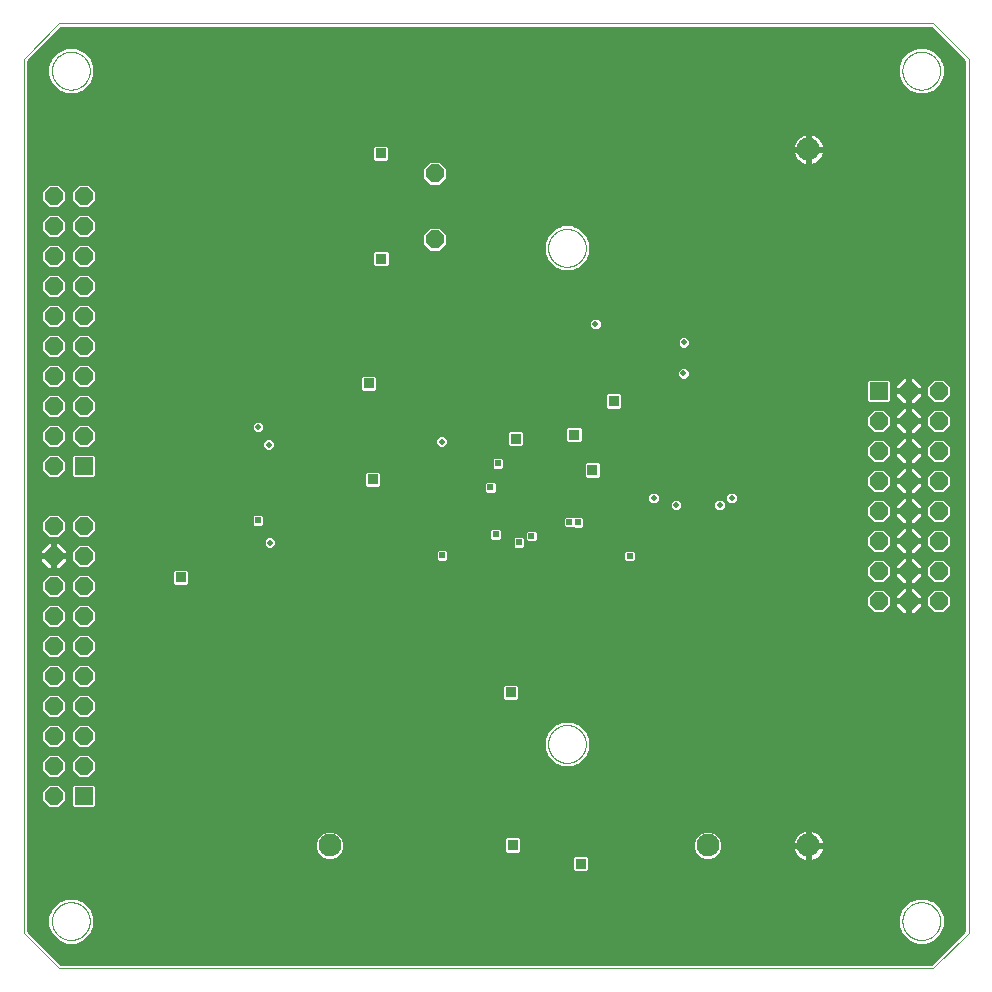
<source format=gbl>
G75*
%MOIN*%
%OFA0B0*%
%FSLAX25Y25*%
%IPPOS*%
%LPD*%
%AMOC8*
5,1,8,0,0,1.08239X$1,22.5*
%
%ADD10C,0.07600*%
%ADD11C,0.00000*%
%ADD12OC8,0.06000*%
%ADD13R,0.06000X0.06000*%
%ADD14C,0.02000*%
%ADD15R,0.03543X0.03543*%
%ADD16C,0.01000*%
%ADD17R,0.03300X0.03300*%
%ADD18R,0.02000X0.02000*%
D10*
X0118000Y0062000D03*
X0244000Y0062000D03*
X0277600Y0062000D03*
X0277600Y0294100D03*
D11*
X0016039Y0032850D02*
X0027850Y0021039D01*
X0319189Y0021039D01*
X0331000Y0032850D01*
X0331000Y0324189D01*
X0319189Y0336000D01*
X0027850Y0336000D01*
X0016039Y0324189D01*
X0016039Y0032850D01*
X0025488Y0036787D02*
X0025490Y0036945D01*
X0025496Y0037103D01*
X0025506Y0037261D01*
X0025520Y0037419D01*
X0025538Y0037576D01*
X0025559Y0037733D01*
X0025585Y0037889D01*
X0025615Y0038045D01*
X0025648Y0038200D01*
X0025686Y0038353D01*
X0025727Y0038506D01*
X0025772Y0038658D01*
X0025821Y0038809D01*
X0025874Y0038958D01*
X0025930Y0039106D01*
X0025990Y0039252D01*
X0026054Y0039397D01*
X0026122Y0039540D01*
X0026193Y0039682D01*
X0026267Y0039822D01*
X0026345Y0039959D01*
X0026427Y0040095D01*
X0026511Y0040229D01*
X0026600Y0040360D01*
X0026691Y0040489D01*
X0026786Y0040616D01*
X0026883Y0040741D01*
X0026984Y0040863D01*
X0027088Y0040982D01*
X0027195Y0041099D01*
X0027305Y0041213D01*
X0027418Y0041324D01*
X0027533Y0041433D01*
X0027651Y0041538D01*
X0027772Y0041640D01*
X0027895Y0041740D01*
X0028021Y0041836D01*
X0028149Y0041929D01*
X0028279Y0042019D01*
X0028412Y0042105D01*
X0028547Y0042189D01*
X0028683Y0042268D01*
X0028822Y0042345D01*
X0028963Y0042417D01*
X0029105Y0042487D01*
X0029249Y0042552D01*
X0029395Y0042614D01*
X0029542Y0042672D01*
X0029691Y0042727D01*
X0029841Y0042778D01*
X0029992Y0042825D01*
X0030144Y0042868D01*
X0030297Y0042907D01*
X0030452Y0042943D01*
X0030607Y0042974D01*
X0030763Y0043002D01*
X0030919Y0043026D01*
X0031076Y0043046D01*
X0031234Y0043062D01*
X0031391Y0043074D01*
X0031550Y0043082D01*
X0031708Y0043086D01*
X0031866Y0043086D01*
X0032024Y0043082D01*
X0032183Y0043074D01*
X0032340Y0043062D01*
X0032498Y0043046D01*
X0032655Y0043026D01*
X0032811Y0043002D01*
X0032967Y0042974D01*
X0033122Y0042943D01*
X0033277Y0042907D01*
X0033430Y0042868D01*
X0033582Y0042825D01*
X0033733Y0042778D01*
X0033883Y0042727D01*
X0034032Y0042672D01*
X0034179Y0042614D01*
X0034325Y0042552D01*
X0034469Y0042487D01*
X0034611Y0042417D01*
X0034752Y0042345D01*
X0034891Y0042268D01*
X0035027Y0042189D01*
X0035162Y0042105D01*
X0035295Y0042019D01*
X0035425Y0041929D01*
X0035553Y0041836D01*
X0035679Y0041740D01*
X0035802Y0041640D01*
X0035923Y0041538D01*
X0036041Y0041433D01*
X0036156Y0041324D01*
X0036269Y0041213D01*
X0036379Y0041099D01*
X0036486Y0040982D01*
X0036590Y0040863D01*
X0036691Y0040741D01*
X0036788Y0040616D01*
X0036883Y0040489D01*
X0036974Y0040360D01*
X0037063Y0040229D01*
X0037147Y0040095D01*
X0037229Y0039959D01*
X0037307Y0039822D01*
X0037381Y0039682D01*
X0037452Y0039540D01*
X0037520Y0039397D01*
X0037584Y0039252D01*
X0037644Y0039106D01*
X0037700Y0038958D01*
X0037753Y0038809D01*
X0037802Y0038658D01*
X0037847Y0038506D01*
X0037888Y0038353D01*
X0037926Y0038200D01*
X0037959Y0038045D01*
X0037989Y0037889D01*
X0038015Y0037733D01*
X0038036Y0037576D01*
X0038054Y0037419D01*
X0038068Y0037261D01*
X0038078Y0037103D01*
X0038084Y0036945D01*
X0038086Y0036787D01*
X0038084Y0036629D01*
X0038078Y0036471D01*
X0038068Y0036313D01*
X0038054Y0036155D01*
X0038036Y0035998D01*
X0038015Y0035841D01*
X0037989Y0035685D01*
X0037959Y0035529D01*
X0037926Y0035374D01*
X0037888Y0035221D01*
X0037847Y0035068D01*
X0037802Y0034916D01*
X0037753Y0034765D01*
X0037700Y0034616D01*
X0037644Y0034468D01*
X0037584Y0034322D01*
X0037520Y0034177D01*
X0037452Y0034034D01*
X0037381Y0033892D01*
X0037307Y0033752D01*
X0037229Y0033615D01*
X0037147Y0033479D01*
X0037063Y0033345D01*
X0036974Y0033214D01*
X0036883Y0033085D01*
X0036788Y0032958D01*
X0036691Y0032833D01*
X0036590Y0032711D01*
X0036486Y0032592D01*
X0036379Y0032475D01*
X0036269Y0032361D01*
X0036156Y0032250D01*
X0036041Y0032141D01*
X0035923Y0032036D01*
X0035802Y0031934D01*
X0035679Y0031834D01*
X0035553Y0031738D01*
X0035425Y0031645D01*
X0035295Y0031555D01*
X0035162Y0031469D01*
X0035027Y0031385D01*
X0034891Y0031306D01*
X0034752Y0031229D01*
X0034611Y0031157D01*
X0034469Y0031087D01*
X0034325Y0031022D01*
X0034179Y0030960D01*
X0034032Y0030902D01*
X0033883Y0030847D01*
X0033733Y0030796D01*
X0033582Y0030749D01*
X0033430Y0030706D01*
X0033277Y0030667D01*
X0033122Y0030631D01*
X0032967Y0030600D01*
X0032811Y0030572D01*
X0032655Y0030548D01*
X0032498Y0030528D01*
X0032340Y0030512D01*
X0032183Y0030500D01*
X0032024Y0030492D01*
X0031866Y0030488D01*
X0031708Y0030488D01*
X0031550Y0030492D01*
X0031391Y0030500D01*
X0031234Y0030512D01*
X0031076Y0030528D01*
X0030919Y0030548D01*
X0030763Y0030572D01*
X0030607Y0030600D01*
X0030452Y0030631D01*
X0030297Y0030667D01*
X0030144Y0030706D01*
X0029992Y0030749D01*
X0029841Y0030796D01*
X0029691Y0030847D01*
X0029542Y0030902D01*
X0029395Y0030960D01*
X0029249Y0031022D01*
X0029105Y0031087D01*
X0028963Y0031157D01*
X0028822Y0031229D01*
X0028683Y0031306D01*
X0028547Y0031385D01*
X0028412Y0031469D01*
X0028279Y0031555D01*
X0028149Y0031645D01*
X0028021Y0031738D01*
X0027895Y0031834D01*
X0027772Y0031934D01*
X0027651Y0032036D01*
X0027533Y0032141D01*
X0027418Y0032250D01*
X0027305Y0032361D01*
X0027195Y0032475D01*
X0027088Y0032592D01*
X0026984Y0032711D01*
X0026883Y0032833D01*
X0026786Y0032958D01*
X0026691Y0033085D01*
X0026600Y0033214D01*
X0026511Y0033345D01*
X0026427Y0033479D01*
X0026345Y0033615D01*
X0026267Y0033752D01*
X0026193Y0033892D01*
X0026122Y0034034D01*
X0026054Y0034177D01*
X0025990Y0034322D01*
X0025930Y0034468D01*
X0025874Y0034616D01*
X0025821Y0034765D01*
X0025772Y0034916D01*
X0025727Y0035068D01*
X0025686Y0035221D01*
X0025648Y0035374D01*
X0025615Y0035529D01*
X0025585Y0035685D01*
X0025559Y0035841D01*
X0025538Y0035998D01*
X0025520Y0036155D01*
X0025506Y0036313D01*
X0025496Y0036471D01*
X0025490Y0036629D01*
X0025488Y0036787D01*
X0190843Y0095843D02*
X0190845Y0096001D01*
X0190851Y0096159D01*
X0190861Y0096317D01*
X0190875Y0096475D01*
X0190893Y0096632D01*
X0190914Y0096789D01*
X0190940Y0096945D01*
X0190970Y0097101D01*
X0191003Y0097256D01*
X0191041Y0097409D01*
X0191082Y0097562D01*
X0191127Y0097714D01*
X0191176Y0097865D01*
X0191229Y0098014D01*
X0191285Y0098162D01*
X0191345Y0098308D01*
X0191409Y0098453D01*
X0191477Y0098596D01*
X0191548Y0098738D01*
X0191622Y0098878D01*
X0191700Y0099015D01*
X0191782Y0099151D01*
X0191866Y0099285D01*
X0191955Y0099416D01*
X0192046Y0099545D01*
X0192141Y0099672D01*
X0192238Y0099797D01*
X0192339Y0099919D01*
X0192443Y0100038D01*
X0192550Y0100155D01*
X0192660Y0100269D01*
X0192773Y0100380D01*
X0192888Y0100489D01*
X0193006Y0100594D01*
X0193127Y0100696D01*
X0193250Y0100796D01*
X0193376Y0100892D01*
X0193504Y0100985D01*
X0193634Y0101075D01*
X0193767Y0101161D01*
X0193902Y0101245D01*
X0194038Y0101324D01*
X0194177Y0101401D01*
X0194318Y0101473D01*
X0194460Y0101543D01*
X0194604Y0101608D01*
X0194750Y0101670D01*
X0194897Y0101728D01*
X0195046Y0101783D01*
X0195196Y0101834D01*
X0195347Y0101881D01*
X0195499Y0101924D01*
X0195652Y0101963D01*
X0195807Y0101999D01*
X0195962Y0102030D01*
X0196118Y0102058D01*
X0196274Y0102082D01*
X0196431Y0102102D01*
X0196589Y0102118D01*
X0196746Y0102130D01*
X0196905Y0102138D01*
X0197063Y0102142D01*
X0197221Y0102142D01*
X0197379Y0102138D01*
X0197538Y0102130D01*
X0197695Y0102118D01*
X0197853Y0102102D01*
X0198010Y0102082D01*
X0198166Y0102058D01*
X0198322Y0102030D01*
X0198477Y0101999D01*
X0198632Y0101963D01*
X0198785Y0101924D01*
X0198937Y0101881D01*
X0199088Y0101834D01*
X0199238Y0101783D01*
X0199387Y0101728D01*
X0199534Y0101670D01*
X0199680Y0101608D01*
X0199824Y0101543D01*
X0199966Y0101473D01*
X0200107Y0101401D01*
X0200246Y0101324D01*
X0200382Y0101245D01*
X0200517Y0101161D01*
X0200650Y0101075D01*
X0200780Y0100985D01*
X0200908Y0100892D01*
X0201034Y0100796D01*
X0201157Y0100696D01*
X0201278Y0100594D01*
X0201396Y0100489D01*
X0201511Y0100380D01*
X0201624Y0100269D01*
X0201734Y0100155D01*
X0201841Y0100038D01*
X0201945Y0099919D01*
X0202046Y0099797D01*
X0202143Y0099672D01*
X0202238Y0099545D01*
X0202329Y0099416D01*
X0202418Y0099285D01*
X0202502Y0099151D01*
X0202584Y0099015D01*
X0202662Y0098878D01*
X0202736Y0098738D01*
X0202807Y0098596D01*
X0202875Y0098453D01*
X0202939Y0098308D01*
X0202999Y0098162D01*
X0203055Y0098014D01*
X0203108Y0097865D01*
X0203157Y0097714D01*
X0203202Y0097562D01*
X0203243Y0097409D01*
X0203281Y0097256D01*
X0203314Y0097101D01*
X0203344Y0096945D01*
X0203370Y0096789D01*
X0203391Y0096632D01*
X0203409Y0096475D01*
X0203423Y0096317D01*
X0203433Y0096159D01*
X0203439Y0096001D01*
X0203441Y0095843D01*
X0203439Y0095685D01*
X0203433Y0095527D01*
X0203423Y0095369D01*
X0203409Y0095211D01*
X0203391Y0095054D01*
X0203370Y0094897D01*
X0203344Y0094741D01*
X0203314Y0094585D01*
X0203281Y0094430D01*
X0203243Y0094277D01*
X0203202Y0094124D01*
X0203157Y0093972D01*
X0203108Y0093821D01*
X0203055Y0093672D01*
X0202999Y0093524D01*
X0202939Y0093378D01*
X0202875Y0093233D01*
X0202807Y0093090D01*
X0202736Y0092948D01*
X0202662Y0092808D01*
X0202584Y0092671D01*
X0202502Y0092535D01*
X0202418Y0092401D01*
X0202329Y0092270D01*
X0202238Y0092141D01*
X0202143Y0092014D01*
X0202046Y0091889D01*
X0201945Y0091767D01*
X0201841Y0091648D01*
X0201734Y0091531D01*
X0201624Y0091417D01*
X0201511Y0091306D01*
X0201396Y0091197D01*
X0201278Y0091092D01*
X0201157Y0090990D01*
X0201034Y0090890D01*
X0200908Y0090794D01*
X0200780Y0090701D01*
X0200650Y0090611D01*
X0200517Y0090525D01*
X0200382Y0090441D01*
X0200246Y0090362D01*
X0200107Y0090285D01*
X0199966Y0090213D01*
X0199824Y0090143D01*
X0199680Y0090078D01*
X0199534Y0090016D01*
X0199387Y0089958D01*
X0199238Y0089903D01*
X0199088Y0089852D01*
X0198937Y0089805D01*
X0198785Y0089762D01*
X0198632Y0089723D01*
X0198477Y0089687D01*
X0198322Y0089656D01*
X0198166Y0089628D01*
X0198010Y0089604D01*
X0197853Y0089584D01*
X0197695Y0089568D01*
X0197538Y0089556D01*
X0197379Y0089548D01*
X0197221Y0089544D01*
X0197063Y0089544D01*
X0196905Y0089548D01*
X0196746Y0089556D01*
X0196589Y0089568D01*
X0196431Y0089584D01*
X0196274Y0089604D01*
X0196118Y0089628D01*
X0195962Y0089656D01*
X0195807Y0089687D01*
X0195652Y0089723D01*
X0195499Y0089762D01*
X0195347Y0089805D01*
X0195196Y0089852D01*
X0195046Y0089903D01*
X0194897Y0089958D01*
X0194750Y0090016D01*
X0194604Y0090078D01*
X0194460Y0090143D01*
X0194318Y0090213D01*
X0194177Y0090285D01*
X0194038Y0090362D01*
X0193902Y0090441D01*
X0193767Y0090525D01*
X0193634Y0090611D01*
X0193504Y0090701D01*
X0193376Y0090794D01*
X0193250Y0090890D01*
X0193127Y0090990D01*
X0193006Y0091092D01*
X0192888Y0091197D01*
X0192773Y0091306D01*
X0192660Y0091417D01*
X0192550Y0091531D01*
X0192443Y0091648D01*
X0192339Y0091767D01*
X0192238Y0091889D01*
X0192141Y0092014D01*
X0192046Y0092141D01*
X0191955Y0092270D01*
X0191866Y0092401D01*
X0191782Y0092535D01*
X0191700Y0092671D01*
X0191622Y0092808D01*
X0191548Y0092948D01*
X0191477Y0093090D01*
X0191409Y0093233D01*
X0191345Y0093378D01*
X0191285Y0093524D01*
X0191229Y0093672D01*
X0191176Y0093821D01*
X0191127Y0093972D01*
X0191082Y0094124D01*
X0191041Y0094277D01*
X0191003Y0094430D01*
X0190970Y0094585D01*
X0190940Y0094741D01*
X0190914Y0094897D01*
X0190893Y0095054D01*
X0190875Y0095211D01*
X0190861Y0095369D01*
X0190851Y0095527D01*
X0190845Y0095685D01*
X0190843Y0095843D01*
X0308953Y0036787D02*
X0308955Y0036945D01*
X0308961Y0037103D01*
X0308971Y0037261D01*
X0308985Y0037419D01*
X0309003Y0037576D01*
X0309024Y0037733D01*
X0309050Y0037889D01*
X0309080Y0038045D01*
X0309113Y0038200D01*
X0309151Y0038353D01*
X0309192Y0038506D01*
X0309237Y0038658D01*
X0309286Y0038809D01*
X0309339Y0038958D01*
X0309395Y0039106D01*
X0309455Y0039252D01*
X0309519Y0039397D01*
X0309587Y0039540D01*
X0309658Y0039682D01*
X0309732Y0039822D01*
X0309810Y0039959D01*
X0309892Y0040095D01*
X0309976Y0040229D01*
X0310065Y0040360D01*
X0310156Y0040489D01*
X0310251Y0040616D01*
X0310348Y0040741D01*
X0310449Y0040863D01*
X0310553Y0040982D01*
X0310660Y0041099D01*
X0310770Y0041213D01*
X0310883Y0041324D01*
X0310998Y0041433D01*
X0311116Y0041538D01*
X0311237Y0041640D01*
X0311360Y0041740D01*
X0311486Y0041836D01*
X0311614Y0041929D01*
X0311744Y0042019D01*
X0311877Y0042105D01*
X0312012Y0042189D01*
X0312148Y0042268D01*
X0312287Y0042345D01*
X0312428Y0042417D01*
X0312570Y0042487D01*
X0312714Y0042552D01*
X0312860Y0042614D01*
X0313007Y0042672D01*
X0313156Y0042727D01*
X0313306Y0042778D01*
X0313457Y0042825D01*
X0313609Y0042868D01*
X0313762Y0042907D01*
X0313917Y0042943D01*
X0314072Y0042974D01*
X0314228Y0043002D01*
X0314384Y0043026D01*
X0314541Y0043046D01*
X0314699Y0043062D01*
X0314856Y0043074D01*
X0315015Y0043082D01*
X0315173Y0043086D01*
X0315331Y0043086D01*
X0315489Y0043082D01*
X0315648Y0043074D01*
X0315805Y0043062D01*
X0315963Y0043046D01*
X0316120Y0043026D01*
X0316276Y0043002D01*
X0316432Y0042974D01*
X0316587Y0042943D01*
X0316742Y0042907D01*
X0316895Y0042868D01*
X0317047Y0042825D01*
X0317198Y0042778D01*
X0317348Y0042727D01*
X0317497Y0042672D01*
X0317644Y0042614D01*
X0317790Y0042552D01*
X0317934Y0042487D01*
X0318076Y0042417D01*
X0318217Y0042345D01*
X0318356Y0042268D01*
X0318492Y0042189D01*
X0318627Y0042105D01*
X0318760Y0042019D01*
X0318890Y0041929D01*
X0319018Y0041836D01*
X0319144Y0041740D01*
X0319267Y0041640D01*
X0319388Y0041538D01*
X0319506Y0041433D01*
X0319621Y0041324D01*
X0319734Y0041213D01*
X0319844Y0041099D01*
X0319951Y0040982D01*
X0320055Y0040863D01*
X0320156Y0040741D01*
X0320253Y0040616D01*
X0320348Y0040489D01*
X0320439Y0040360D01*
X0320528Y0040229D01*
X0320612Y0040095D01*
X0320694Y0039959D01*
X0320772Y0039822D01*
X0320846Y0039682D01*
X0320917Y0039540D01*
X0320985Y0039397D01*
X0321049Y0039252D01*
X0321109Y0039106D01*
X0321165Y0038958D01*
X0321218Y0038809D01*
X0321267Y0038658D01*
X0321312Y0038506D01*
X0321353Y0038353D01*
X0321391Y0038200D01*
X0321424Y0038045D01*
X0321454Y0037889D01*
X0321480Y0037733D01*
X0321501Y0037576D01*
X0321519Y0037419D01*
X0321533Y0037261D01*
X0321543Y0037103D01*
X0321549Y0036945D01*
X0321551Y0036787D01*
X0321549Y0036629D01*
X0321543Y0036471D01*
X0321533Y0036313D01*
X0321519Y0036155D01*
X0321501Y0035998D01*
X0321480Y0035841D01*
X0321454Y0035685D01*
X0321424Y0035529D01*
X0321391Y0035374D01*
X0321353Y0035221D01*
X0321312Y0035068D01*
X0321267Y0034916D01*
X0321218Y0034765D01*
X0321165Y0034616D01*
X0321109Y0034468D01*
X0321049Y0034322D01*
X0320985Y0034177D01*
X0320917Y0034034D01*
X0320846Y0033892D01*
X0320772Y0033752D01*
X0320694Y0033615D01*
X0320612Y0033479D01*
X0320528Y0033345D01*
X0320439Y0033214D01*
X0320348Y0033085D01*
X0320253Y0032958D01*
X0320156Y0032833D01*
X0320055Y0032711D01*
X0319951Y0032592D01*
X0319844Y0032475D01*
X0319734Y0032361D01*
X0319621Y0032250D01*
X0319506Y0032141D01*
X0319388Y0032036D01*
X0319267Y0031934D01*
X0319144Y0031834D01*
X0319018Y0031738D01*
X0318890Y0031645D01*
X0318760Y0031555D01*
X0318627Y0031469D01*
X0318492Y0031385D01*
X0318356Y0031306D01*
X0318217Y0031229D01*
X0318076Y0031157D01*
X0317934Y0031087D01*
X0317790Y0031022D01*
X0317644Y0030960D01*
X0317497Y0030902D01*
X0317348Y0030847D01*
X0317198Y0030796D01*
X0317047Y0030749D01*
X0316895Y0030706D01*
X0316742Y0030667D01*
X0316587Y0030631D01*
X0316432Y0030600D01*
X0316276Y0030572D01*
X0316120Y0030548D01*
X0315963Y0030528D01*
X0315805Y0030512D01*
X0315648Y0030500D01*
X0315489Y0030492D01*
X0315331Y0030488D01*
X0315173Y0030488D01*
X0315015Y0030492D01*
X0314856Y0030500D01*
X0314699Y0030512D01*
X0314541Y0030528D01*
X0314384Y0030548D01*
X0314228Y0030572D01*
X0314072Y0030600D01*
X0313917Y0030631D01*
X0313762Y0030667D01*
X0313609Y0030706D01*
X0313457Y0030749D01*
X0313306Y0030796D01*
X0313156Y0030847D01*
X0313007Y0030902D01*
X0312860Y0030960D01*
X0312714Y0031022D01*
X0312570Y0031087D01*
X0312428Y0031157D01*
X0312287Y0031229D01*
X0312148Y0031306D01*
X0312012Y0031385D01*
X0311877Y0031469D01*
X0311744Y0031555D01*
X0311614Y0031645D01*
X0311486Y0031738D01*
X0311360Y0031834D01*
X0311237Y0031934D01*
X0311116Y0032036D01*
X0310998Y0032141D01*
X0310883Y0032250D01*
X0310770Y0032361D01*
X0310660Y0032475D01*
X0310553Y0032592D01*
X0310449Y0032711D01*
X0310348Y0032833D01*
X0310251Y0032958D01*
X0310156Y0033085D01*
X0310065Y0033214D01*
X0309976Y0033345D01*
X0309892Y0033479D01*
X0309810Y0033615D01*
X0309732Y0033752D01*
X0309658Y0033892D01*
X0309587Y0034034D01*
X0309519Y0034177D01*
X0309455Y0034322D01*
X0309395Y0034468D01*
X0309339Y0034616D01*
X0309286Y0034765D01*
X0309237Y0034916D01*
X0309192Y0035068D01*
X0309151Y0035221D01*
X0309113Y0035374D01*
X0309080Y0035529D01*
X0309050Y0035685D01*
X0309024Y0035841D01*
X0309003Y0035998D01*
X0308985Y0036155D01*
X0308971Y0036313D01*
X0308961Y0036471D01*
X0308955Y0036629D01*
X0308953Y0036787D01*
X0190843Y0261197D02*
X0190845Y0261355D01*
X0190851Y0261513D01*
X0190861Y0261671D01*
X0190875Y0261829D01*
X0190893Y0261986D01*
X0190914Y0262143D01*
X0190940Y0262299D01*
X0190970Y0262455D01*
X0191003Y0262610D01*
X0191041Y0262763D01*
X0191082Y0262916D01*
X0191127Y0263068D01*
X0191176Y0263219D01*
X0191229Y0263368D01*
X0191285Y0263516D01*
X0191345Y0263662D01*
X0191409Y0263807D01*
X0191477Y0263950D01*
X0191548Y0264092D01*
X0191622Y0264232D01*
X0191700Y0264369D01*
X0191782Y0264505D01*
X0191866Y0264639D01*
X0191955Y0264770D01*
X0192046Y0264899D01*
X0192141Y0265026D01*
X0192238Y0265151D01*
X0192339Y0265273D01*
X0192443Y0265392D01*
X0192550Y0265509D01*
X0192660Y0265623D01*
X0192773Y0265734D01*
X0192888Y0265843D01*
X0193006Y0265948D01*
X0193127Y0266050D01*
X0193250Y0266150D01*
X0193376Y0266246D01*
X0193504Y0266339D01*
X0193634Y0266429D01*
X0193767Y0266515D01*
X0193902Y0266599D01*
X0194038Y0266678D01*
X0194177Y0266755D01*
X0194318Y0266827D01*
X0194460Y0266897D01*
X0194604Y0266962D01*
X0194750Y0267024D01*
X0194897Y0267082D01*
X0195046Y0267137D01*
X0195196Y0267188D01*
X0195347Y0267235D01*
X0195499Y0267278D01*
X0195652Y0267317D01*
X0195807Y0267353D01*
X0195962Y0267384D01*
X0196118Y0267412D01*
X0196274Y0267436D01*
X0196431Y0267456D01*
X0196589Y0267472D01*
X0196746Y0267484D01*
X0196905Y0267492D01*
X0197063Y0267496D01*
X0197221Y0267496D01*
X0197379Y0267492D01*
X0197538Y0267484D01*
X0197695Y0267472D01*
X0197853Y0267456D01*
X0198010Y0267436D01*
X0198166Y0267412D01*
X0198322Y0267384D01*
X0198477Y0267353D01*
X0198632Y0267317D01*
X0198785Y0267278D01*
X0198937Y0267235D01*
X0199088Y0267188D01*
X0199238Y0267137D01*
X0199387Y0267082D01*
X0199534Y0267024D01*
X0199680Y0266962D01*
X0199824Y0266897D01*
X0199966Y0266827D01*
X0200107Y0266755D01*
X0200246Y0266678D01*
X0200382Y0266599D01*
X0200517Y0266515D01*
X0200650Y0266429D01*
X0200780Y0266339D01*
X0200908Y0266246D01*
X0201034Y0266150D01*
X0201157Y0266050D01*
X0201278Y0265948D01*
X0201396Y0265843D01*
X0201511Y0265734D01*
X0201624Y0265623D01*
X0201734Y0265509D01*
X0201841Y0265392D01*
X0201945Y0265273D01*
X0202046Y0265151D01*
X0202143Y0265026D01*
X0202238Y0264899D01*
X0202329Y0264770D01*
X0202418Y0264639D01*
X0202502Y0264505D01*
X0202584Y0264369D01*
X0202662Y0264232D01*
X0202736Y0264092D01*
X0202807Y0263950D01*
X0202875Y0263807D01*
X0202939Y0263662D01*
X0202999Y0263516D01*
X0203055Y0263368D01*
X0203108Y0263219D01*
X0203157Y0263068D01*
X0203202Y0262916D01*
X0203243Y0262763D01*
X0203281Y0262610D01*
X0203314Y0262455D01*
X0203344Y0262299D01*
X0203370Y0262143D01*
X0203391Y0261986D01*
X0203409Y0261829D01*
X0203423Y0261671D01*
X0203433Y0261513D01*
X0203439Y0261355D01*
X0203441Y0261197D01*
X0203439Y0261039D01*
X0203433Y0260881D01*
X0203423Y0260723D01*
X0203409Y0260565D01*
X0203391Y0260408D01*
X0203370Y0260251D01*
X0203344Y0260095D01*
X0203314Y0259939D01*
X0203281Y0259784D01*
X0203243Y0259631D01*
X0203202Y0259478D01*
X0203157Y0259326D01*
X0203108Y0259175D01*
X0203055Y0259026D01*
X0202999Y0258878D01*
X0202939Y0258732D01*
X0202875Y0258587D01*
X0202807Y0258444D01*
X0202736Y0258302D01*
X0202662Y0258162D01*
X0202584Y0258025D01*
X0202502Y0257889D01*
X0202418Y0257755D01*
X0202329Y0257624D01*
X0202238Y0257495D01*
X0202143Y0257368D01*
X0202046Y0257243D01*
X0201945Y0257121D01*
X0201841Y0257002D01*
X0201734Y0256885D01*
X0201624Y0256771D01*
X0201511Y0256660D01*
X0201396Y0256551D01*
X0201278Y0256446D01*
X0201157Y0256344D01*
X0201034Y0256244D01*
X0200908Y0256148D01*
X0200780Y0256055D01*
X0200650Y0255965D01*
X0200517Y0255879D01*
X0200382Y0255795D01*
X0200246Y0255716D01*
X0200107Y0255639D01*
X0199966Y0255567D01*
X0199824Y0255497D01*
X0199680Y0255432D01*
X0199534Y0255370D01*
X0199387Y0255312D01*
X0199238Y0255257D01*
X0199088Y0255206D01*
X0198937Y0255159D01*
X0198785Y0255116D01*
X0198632Y0255077D01*
X0198477Y0255041D01*
X0198322Y0255010D01*
X0198166Y0254982D01*
X0198010Y0254958D01*
X0197853Y0254938D01*
X0197695Y0254922D01*
X0197538Y0254910D01*
X0197379Y0254902D01*
X0197221Y0254898D01*
X0197063Y0254898D01*
X0196905Y0254902D01*
X0196746Y0254910D01*
X0196589Y0254922D01*
X0196431Y0254938D01*
X0196274Y0254958D01*
X0196118Y0254982D01*
X0195962Y0255010D01*
X0195807Y0255041D01*
X0195652Y0255077D01*
X0195499Y0255116D01*
X0195347Y0255159D01*
X0195196Y0255206D01*
X0195046Y0255257D01*
X0194897Y0255312D01*
X0194750Y0255370D01*
X0194604Y0255432D01*
X0194460Y0255497D01*
X0194318Y0255567D01*
X0194177Y0255639D01*
X0194038Y0255716D01*
X0193902Y0255795D01*
X0193767Y0255879D01*
X0193634Y0255965D01*
X0193504Y0256055D01*
X0193376Y0256148D01*
X0193250Y0256244D01*
X0193127Y0256344D01*
X0193006Y0256446D01*
X0192888Y0256551D01*
X0192773Y0256660D01*
X0192660Y0256771D01*
X0192550Y0256885D01*
X0192443Y0257002D01*
X0192339Y0257121D01*
X0192238Y0257243D01*
X0192141Y0257368D01*
X0192046Y0257495D01*
X0191955Y0257624D01*
X0191866Y0257755D01*
X0191782Y0257889D01*
X0191700Y0258025D01*
X0191622Y0258162D01*
X0191548Y0258302D01*
X0191477Y0258444D01*
X0191409Y0258587D01*
X0191345Y0258732D01*
X0191285Y0258878D01*
X0191229Y0259026D01*
X0191176Y0259175D01*
X0191127Y0259326D01*
X0191082Y0259478D01*
X0191041Y0259631D01*
X0191003Y0259784D01*
X0190970Y0259939D01*
X0190940Y0260095D01*
X0190914Y0260251D01*
X0190893Y0260408D01*
X0190875Y0260565D01*
X0190861Y0260723D01*
X0190851Y0260881D01*
X0190845Y0261039D01*
X0190843Y0261197D01*
X0308953Y0320252D02*
X0308955Y0320410D01*
X0308961Y0320568D01*
X0308971Y0320726D01*
X0308985Y0320884D01*
X0309003Y0321041D01*
X0309024Y0321198D01*
X0309050Y0321354D01*
X0309080Y0321510D01*
X0309113Y0321665D01*
X0309151Y0321818D01*
X0309192Y0321971D01*
X0309237Y0322123D01*
X0309286Y0322274D01*
X0309339Y0322423D01*
X0309395Y0322571D01*
X0309455Y0322717D01*
X0309519Y0322862D01*
X0309587Y0323005D01*
X0309658Y0323147D01*
X0309732Y0323287D01*
X0309810Y0323424D01*
X0309892Y0323560D01*
X0309976Y0323694D01*
X0310065Y0323825D01*
X0310156Y0323954D01*
X0310251Y0324081D01*
X0310348Y0324206D01*
X0310449Y0324328D01*
X0310553Y0324447D01*
X0310660Y0324564D01*
X0310770Y0324678D01*
X0310883Y0324789D01*
X0310998Y0324898D01*
X0311116Y0325003D01*
X0311237Y0325105D01*
X0311360Y0325205D01*
X0311486Y0325301D01*
X0311614Y0325394D01*
X0311744Y0325484D01*
X0311877Y0325570D01*
X0312012Y0325654D01*
X0312148Y0325733D01*
X0312287Y0325810D01*
X0312428Y0325882D01*
X0312570Y0325952D01*
X0312714Y0326017D01*
X0312860Y0326079D01*
X0313007Y0326137D01*
X0313156Y0326192D01*
X0313306Y0326243D01*
X0313457Y0326290D01*
X0313609Y0326333D01*
X0313762Y0326372D01*
X0313917Y0326408D01*
X0314072Y0326439D01*
X0314228Y0326467D01*
X0314384Y0326491D01*
X0314541Y0326511D01*
X0314699Y0326527D01*
X0314856Y0326539D01*
X0315015Y0326547D01*
X0315173Y0326551D01*
X0315331Y0326551D01*
X0315489Y0326547D01*
X0315648Y0326539D01*
X0315805Y0326527D01*
X0315963Y0326511D01*
X0316120Y0326491D01*
X0316276Y0326467D01*
X0316432Y0326439D01*
X0316587Y0326408D01*
X0316742Y0326372D01*
X0316895Y0326333D01*
X0317047Y0326290D01*
X0317198Y0326243D01*
X0317348Y0326192D01*
X0317497Y0326137D01*
X0317644Y0326079D01*
X0317790Y0326017D01*
X0317934Y0325952D01*
X0318076Y0325882D01*
X0318217Y0325810D01*
X0318356Y0325733D01*
X0318492Y0325654D01*
X0318627Y0325570D01*
X0318760Y0325484D01*
X0318890Y0325394D01*
X0319018Y0325301D01*
X0319144Y0325205D01*
X0319267Y0325105D01*
X0319388Y0325003D01*
X0319506Y0324898D01*
X0319621Y0324789D01*
X0319734Y0324678D01*
X0319844Y0324564D01*
X0319951Y0324447D01*
X0320055Y0324328D01*
X0320156Y0324206D01*
X0320253Y0324081D01*
X0320348Y0323954D01*
X0320439Y0323825D01*
X0320528Y0323694D01*
X0320612Y0323560D01*
X0320694Y0323424D01*
X0320772Y0323287D01*
X0320846Y0323147D01*
X0320917Y0323005D01*
X0320985Y0322862D01*
X0321049Y0322717D01*
X0321109Y0322571D01*
X0321165Y0322423D01*
X0321218Y0322274D01*
X0321267Y0322123D01*
X0321312Y0321971D01*
X0321353Y0321818D01*
X0321391Y0321665D01*
X0321424Y0321510D01*
X0321454Y0321354D01*
X0321480Y0321198D01*
X0321501Y0321041D01*
X0321519Y0320884D01*
X0321533Y0320726D01*
X0321543Y0320568D01*
X0321549Y0320410D01*
X0321551Y0320252D01*
X0321549Y0320094D01*
X0321543Y0319936D01*
X0321533Y0319778D01*
X0321519Y0319620D01*
X0321501Y0319463D01*
X0321480Y0319306D01*
X0321454Y0319150D01*
X0321424Y0318994D01*
X0321391Y0318839D01*
X0321353Y0318686D01*
X0321312Y0318533D01*
X0321267Y0318381D01*
X0321218Y0318230D01*
X0321165Y0318081D01*
X0321109Y0317933D01*
X0321049Y0317787D01*
X0320985Y0317642D01*
X0320917Y0317499D01*
X0320846Y0317357D01*
X0320772Y0317217D01*
X0320694Y0317080D01*
X0320612Y0316944D01*
X0320528Y0316810D01*
X0320439Y0316679D01*
X0320348Y0316550D01*
X0320253Y0316423D01*
X0320156Y0316298D01*
X0320055Y0316176D01*
X0319951Y0316057D01*
X0319844Y0315940D01*
X0319734Y0315826D01*
X0319621Y0315715D01*
X0319506Y0315606D01*
X0319388Y0315501D01*
X0319267Y0315399D01*
X0319144Y0315299D01*
X0319018Y0315203D01*
X0318890Y0315110D01*
X0318760Y0315020D01*
X0318627Y0314934D01*
X0318492Y0314850D01*
X0318356Y0314771D01*
X0318217Y0314694D01*
X0318076Y0314622D01*
X0317934Y0314552D01*
X0317790Y0314487D01*
X0317644Y0314425D01*
X0317497Y0314367D01*
X0317348Y0314312D01*
X0317198Y0314261D01*
X0317047Y0314214D01*
X0316895Y0314171D01*
X0316742Y0314132D01*
X0316587Y0314096D01*
X0316432Y0314065D01*
X0316276Y0314037D01*
X0316120Y0314013D01*
X0315963Y0313993D01*
X0315805Y0313977D01*
X0315648Y0313965D01*
X0315489Y0313957D01*
X0315331Y0313953D01*
X0315173Y0313953D01*
X0315015Y0313957D01*
X0314856Y0313965D01*
X0314699Y0313977D01*
X0314541Y0313993D01*
X0314384Y0314013D01*
X0314228Y0314037D01*
X0314072Y0314065D01*
X0313917Y0314096D01*
X0313762Y0314132D01*
X0313609Y0314171D01*
X0313457Y0314214D01*
X0313306Y0314261D01*
X0313156Y0314312D01*
X0313007Y0314367D01*
X0312860Y0314425D01*
X0312714Y0314487D01*
X0312570Y0314552D01*
X0312428Y0314622D01*
X0312287Y0314694D01*
X0312148Y0314771D01*
X0312012Y0314850D01*
X0311877Y0314934D01*
X0311744Y0315020D01*
X0311614Y0315110D01*
X0311486Y0315203D01*
X0311360Y0315299D01*
X0311237Y0315399D01*
X0311116Y0315501D01*
X0310998Y0315606D01*
X0310883Y0315715D01*
X0310770Y0315826D01*
X0310660Y0315940D01*
X0310553Y0316057D01*
X0310449Y0316176D01*
X0310348Y0316298D01*
X0310251Y0316423D01*
X0310156Y0316550D01*
X0310065Y0316679D01*
X0309976Y0316810D01*
X0309892Y0316944D01*
X0309810Y0317080D01*
X0309732Y0317217D01*
X0309658Y0317357D01*
X0309587Y0317499D01*
X0309519Y0317642D01*
X0309455Y0317787D01*
X0309395Y0317933D01*
X0309339Y0318081D01*
X0309286Y0318230D01*
X0309237Y0318381D01*
X0309192Y0318533D01*
X0309151Y0318686D01*
X0309113Y0318839D01*
X0309080Y0318994D01*
X0309050Y0319150D01*
X0309024Y0319306D01*
X0309003Y0319463D01*
X0308985Y0319620D01*
X0308971Y0319778D01*
X0308961Y0319936D01*
X0308955Y0320094D01*
X0308953Y0320252D01*
X0025488Y0320252D02*
X0025490Y0320410D01*
X0025496Y0320568D01*
X0025506Y0320726D01*
X0025520Y0320884D01*
X0025538Y0321041D01*
X0025559Y0321198D01*
X0025585Y0321354D01*
X0025615Y0321510D01*
X0025648Y0321665D01*
X0025686Y0321818D01*
X0025727Y0321971D01*
X0025772Y0322123D01*
X0025821Y0322274D01*
X0025874Y0322423D01*
X0025930Y0322571D01*
X0025990Y0322717D01*
X0026054Y0322862D01*
X0026122Y0323005D01*
X0026193Y0323147D01*
X0026267Y0323287D01*
X0026345Y0323424D01*
X0026427Y0323560D01*
X0026511Y0323694D01*
X0026600Y0323825D01*
X0026691Y0323954D01*
X0026786Y0324081D01*
X0026883Y0324206D01*
X0026984Y0324328D01*
X0027088Y0324447D01*
X0027195Y0324564D01*
X0027305Y0324678D01*
X0027418Y0324789D01*
X0027533Y0324898D01*
X0027651Y0325003D01*
X0027772Y0325105D01*
X0027895Y0325205D01*
X0028021Y0325301D01*
X0028149Y0325394D01*
X0028279Y0325484D01*
X0028412Y0325570D01*
X0028547Y0325654D01*
X0028683Y0325733D01*
X0028822Y0325810D01*
X0028963Y0325882D01*
X0029105Y0325952D01*
X0029249Y0326017D01*
X0029395Y0326079D01*
X0029542Y0326137D01*
X0029691Y0326192D01*
X0029841Y0326243D01*
X0029992Y0326290D01*
X0030144Y0326333D01*
X0030297Y0326372D01*
X0030452Y0326408D01*
X0030607Y0326439D01*
X0030763Y0326467D01*
X0030919Y0326491D01*
X0031076Y0326511D01*
X0031234Y0326527D01*
X0031391Y0326539D01*
X0031550Y0326547D01*
X0031708Y0326551D01*
X0031866Y0326551D01*
X0032024Y0326547D01*
X0032183Y0326539D01*
X0032340Y0326527D01*
X0032498Y0326511D01*
X0032655Y0326491D01*
X0032811Y0326467D01*
X0032967Y0326439D01*
X0033122Y0326408D01*
X0033277Y0326372D01*
X0033430Y0326333D01*
X0033582Y0326290D01*
X0033733Y0326243D01*
X0033883Y0326192D01*
X0034032Y0326137D01*
X0034179Y0326079D01*
X0034325Y0326017D01*
X0034469Y0325952D01*
X0034611Y0325882D01*
X0034752Y0325810D01*
X0034891Y0325733D01*
X0035027Y0325654D01*
X0035162Y0325570D01*
X0035295Y0325484D01*
X0035425Y0325394D01*
X0035553Y0325301D01*
X0035679Y0325205D01*
X0035802Y0325105D01*
X0035923Y0325003D01*
X0036041Y0324898D01*
X0036156Y0324789D01*
X0036269Y0324678D01*
X0036379Y0324564D01*
X0036486Y0324447D01*
X0036590Y0324328D01*
X0036691Y0324206D01*
X0036788Y0324081D01*
X0036883Y0323954D01*
X0036974Y0323825D01*
X0037063Y0323694D01*
X0037147Y0323560D01*
X0037229Y0323424D01*
X0037307Y0323287D01*
X0037381Y0323147D01*
X0037452Y0323005D01*
X0037520Y0322862D01*
X0037584Y0322717D01*
X0037644Y0322571D01*
X0037700Y0322423D01*
X0037753Y0322274D01*
X0037802Y0322123D01*
X0037847Y0321971D01*
X0037888Y0321818D01*
X0037926Y0321665D01*
X0037959Y0321510D01*
X0037989Y0321354D01*
X0038015Y0321198D01*
X0038036Y0321041D01*
X0038054Y0320884D01*
X0038068Y0320726D01*
X0038078Y0320568D01*
X0038084Y0320410D01*
X0038086Y0320252D01*
X0038084Y0320094D01*
X0038078Y0319936D01*
X0038068Y0319778D01*
X0038054Y0319620D01*
X0038036Y0319463D01*
X0038015Y0319306D01*
X0037989Y0319150D01*
X0037959Y0318994D01*
X0037926Y0318839D01*
X0037888Y0318686D01*
X0037847Y0318533D01*
X0037802Y0318381D01*
X0037753Y0318230D01*
X0037700Y0318081D01*
X0037644Y0317933D01*
X0037584Y0317787D01*
X0037520Y0317642D01*
X0037452Y0317499D01*
X0037381Y0317357D01*
X0037307Y0317217D01*
X0037229Y0317080D01*
X0037147Y0316944D01*
X0037063Y0316810D01*
X0036974Y0316679D01*
X0036883Y0316550D01*
X0036788Y0316423D01*
X0036691Y0316298D01*
X0036590Y0316176D01*
X0036486Y0316057D01*
X0036379Y0315940D01*
X0036269Y0315826D01*
X0036156Y0315715D01*
X0036041Y0315606D01*
X0035923Y0315501D01*
X0035802Y0315399D01*
X0035679Y0315299D01*
X0035553Y0315203D01*
X0035425Y0315110D01*
X0035295Y0315020D01*
X0035162Y0314934D01*
X0035027Y0314850D01*
X0034891Y0314771D01*
X0034752Y0314694D01*
X0034611Y0314622D01*
X0034469Y0314552D01*
X0034325Y0314487D01*
X0034179Y0314425D01*
X0034032Y0314367D01*
X0033883Y0314312D01*
X0033733Y0314261D01*
X0033582Y0314214D01*
X0033430Y0314171D01*
X0033277Y0314132D01*
X0033122Y0314096D01*
X0032967Y0314065D01*
X0032811Y0314037D01*
X0032655Y0314013D01*
X0032498Y0313993D01*
X0032340Y0313977D01*
X0032183Y0313965D01*
X0032024Y0313957D01*
X0031866Y0313953D01*
X0031708Y0313953D01*
X0031550Y0313957D01*
X0031391Y0313965D01*
X0031234Y0313977D01*
X0031076Y0313993D01*
X0030919Y0314013D01*
X0030763Y0314037D01*
X0030607Y0314065D01*
X0030452Y0314096D01*
X0030297Y0314132D01*
X0030144Y0314171D01*
X0029992Y0314214D01*
X0029841Y0314261D01*
X0029691Y0314312D01*
X0029542Y0314367D01*
X0029395Y0314425D01*
X0029249Y0314487D01*
X0029105Y0314552D01*
X0028963Y0314622D01*
X0028822Y0314694D01*
X0028683Y0314771D01*
X0028547Y0314850D01*
X0028412Y0314934D01*
X0028279Y0315020D01*
X0028149Y0315110D01*
X0028021Y0315203D01*
X0027895Y0315299D01*
X0027772Y0315399D01*
X0027651Y0315501D01*
X0027533Y0315606D01*
X0027418Y0315715D01*
X0027305Y0315826D01*
X0027195Y0315940D01*
X0027088Y0316057D01*
X0026984Y0316176D01*
X0026883Y0316298D01*
X0026786Y0316423D01*
X0026691Y0316550D01*
X0026600Y0316679D01*
X0026511Y0316810D01*
X0026427Y0316944D01*
X0026345Y0317080D01*
X0026267Y0317217D01*
X0026193Y0317357D01*
X0026122Y0317499D01*
X0026054Y0317642D01*
X0025990Y0317787D01*
X0025930Y0317933D01*
X0025874Y0318081D01*
X0025821Y0318230D01*
X0025772Y0318381D01*
X0025727Y0318533D01*
X0025686Y0318686D01*
X0025648Y0318839D01*
X0025615Y0318994D01*
X0025585Y0319150D01*
X0025559Y0319306D01*
X0025538Y0319463D01*
X0025520Y0319620D01*
X0025506Y0319778D01*
X0025496Y0319936D01*
X0025490Y0320094D01*
X0025488Y0320252D01*
D12*
X0026000Y0278500D03*
X0036000Y0278500D03*
X0036000Y0268500D03*
X0026000Y0268500D03*
X0026000Y0258500D03*
X0036000Y0258500D03*
X0036000Y0248500D03*
X0026000Y0248500D03*
X0026000Y0238500D03*
X0026000Y0228500D03*
X0036000Y0228500D03*
X0036000Y0238500D03*
X0036000Y0218500D03*
X0026000Y0218500D03*
X0026000Y0208500D03*
X0036000Y0208500D03*
X0036000Y0198500D03*
X0026000Y0198500D03*
X0026000Y0188500D03*
X0026000Y0168500D03*
X0036000Y0168500D03*
X0036000Y0158500D03*
X0026000Y0158500D03*
X0026000Y0148500D03*
X0036000Y0148500D03*
X0036000Y0138500D03*
X0026000Y0138500D03*
X0026000Y0128500D03*
X0036000Y0128500D03*
X0036000Y0118500D03*
X0026000Y0118500D03*
X0026000Y0108500D03*
X0026000Y0098500D03*
X0036000Y0098500D03*
X0036000Y0108500D03*
X0036000Y0088500D03*
X0026000Y0088500D03*
X0026000Y0078500D03*
X0153000Y0264000D03*
X0153000Y0286000D03*
X0301000Y0203500D03*
X0301000Y0193500D03*
X0311000Y0193500D03*
X0311000Y0203500D03*
X0311000Y0213500D03*
X0321000Y0213500D03*
X0321000Y0203500D03*
X0321000Y0193500D03*
X0321000Y0183500D03*
X0321000Y0173500D03*
X0321000Y0163500D03*
X0321000Y0153500D03*
X0321000Y0143500D03*
X0311000Y0143500D03*
X0301000Y0143500D03*
X0301000Y0153500D03*
X0311000Y0153500D03*
X0311000Y0163500D03*
X0301000Y0163500D03*
X0301000Y0173500D03*
X0311000Y0173500D03*
X0311000Y0183500D03*
X0301000Y0183500D03*
D13*
X0301000Y0213500D03*
X0036000Y0188500D03*
X0036000Y0078500D03*
D14*
X0098100Y0162900D03*
X0097700Y0195600D03*
X0094200Y0201500D03*
X0100000Y0227000D03*
X0106000Y0245000D03*
X0130000Y0245000D03*
X0156000Y0245000D03*
X0178000Y0245000D03*
X0178000Y0239000D03*
X0198000Y0239000D03*
X0198000Y0245000D03*
X0206600Y0235800D03*
X0216000Y0239000D03*
X0216000Y0245000D03*
X0236000Y0245000D03*
X0236000Y0239000D03*
X0244000Y0233000D03*
X0236100Y0229700D03*
X0235900Y0219400D03*
X0244000Y0217000D03*
X0256000Y0217000D03*
X0256000Y0233000D03*
X0256000Y0239000D03*
X0256000Y0245000D03*
X0272000Y0245000D03*
X0272000Y0239000D03*
X0272000Y0233000D03*
X0276000Y0229000D03*
X0282000Y0223000D03*
X0288000Y0223000D03*
X0286000Y0231000D03*
X0280000Y0237000D03*
X0294000Y0245000D03*
X0300000Y0239000D03*
X0300000Y0227000D03*
X0288000Y0213000D03*
X0282000Y0217000D03*
X0282000Y0207000D03*
X0290000Y0205000D03*
X0284000Y0197000D03*
X0288000Y0189000D03*
X0296000Y0189000D03*
X0278000Y0179000D03*
X0272000Y0189000D03*
X0272000Y0197000D03*
X0272000Y0207000D03*
X0272000Y0217000D03*
X0252000Y0177800D03*
X0248000Y0175500D03*
X0233500Y0175500D03*
X0226000Y0177800D03*
X0200400Y0117000D03*
X0155400Y0196600D03*
X0052100Y0251000D03*
D15*
X0123200Y0211700D03*
X0131000Y0216100D03*
X0142800Y0211700D03*
X0132400Y0184000D03*
X0123300Y0178500D03*
X0142900Y0179700D03*
X0146200Y0174100D03*
X0159800Y0177500D03*
X0161600Y0169500D03*
X0162100Y0185500D03*
X0180100Y0197600D03*
X0185000Y0209400D03*
X0199500Y0198900D03*
X0209200Y0193900D03*
X0205600Y0187200D03*
X0217800Y0182600D03*
X0193000Y0181000D03*
X0193000Y0176000D03*
X0188000Y0176000D03*
X0188000Y0181000D03*
X0212700Y0210200D03*
X0219600Y0214500D03*
X0222000Y0130000D03*
X0201300Y0125900D03*
X0178400Y0113000D03*
X0167000Y0117500D03*
X0159000Y0130000D03*
X0209100Y0068500D03*
X0215500Y0062200D03*
X0209200Y0055900D03*
X0201700Y0055900D03*
X0179000Y0062200D03*
X0081900Y0158400D03*
X0075800Y0152100D03*
X0068400Y0151400D03*
X0075800Y0164800D03*
X0135200Y0257600D03*
X0135100Y0292700D03*
D16*
X0137972Y0292595D02*
X0272516Y0292595D01*
X0272430Y0292859D02*
X0272688Y0292066D01*
X0273067Y0291322D01*
X0273557Y0290647D01*
X0274147Y0290057D01*
X0274822Y0289567D01*
X0275566Y0289188D01*
X0276359Y0288930D01*
X0277116Y0288811D01*
X0277116Y0293616D01*
X0278084Y0293616D01*
X0278084Y0288811D01*
X0278841Y0288930D01*
X0279634Y0289188D01*
X0280378Y0289567D01*
X0281053Y0290057D01*
X0281643Y0290647D01*
X0282133Y0291322D01*
X0282512Y0292066D01*
X0282769Y0292859D01*
X0282889Y0293616D01*
X0278084Y0293616D01*
X0278084Y0294584D01*
X0282889Y0294584D01*
X0282769Y0295341D01*
X0282512Y0296134D01*
X0282133Y0296878D01*
X0281643Y0297553D01*
X0281053Y0298143D01*
X0280378Y0298633D01*
X0279634Y0299012D01*
X0278841Y0299269D01*
X0278084Y0299389D01*
X0278084Y0294584D01*
X0277116Y0294584D01*
X0277116Y0293616D01*
X0272311Y0293616D01*
X0272430Y0292859D01*
X0272314Y0293594D02*
X0137972Y0293594D01*
X0137972Y0294592D02*
X0272312Y0294592D01*
X0272311Y0294584D02*
X0277116Y0294584D01*
X0277116Y0299389D01*
X0276359Y0299269D01*
X0275566Y0299012D01*
X0274822Y0298633D01*
X0274147Y0298143D01*
X0273557Y0297553D01*
X0273067Y0296878D01*
X0272688Y0296134D01*
X0272430Y0295341D01*
X0272311Y0294584D01*
X0272512Y0295591D02*
X0017539Y0295591D01*
X0017539Y0296589D02*
X0272920Y0296589D01*
X0273592Y0297588D02*
X0017539Y0297588D01*
X0017539Y0298586D02*
X0274758Y0298586D01*
X0277116Y0298586D02*
X0278084Y0298586D01*
X0278084Y0297588D02*
X0277116Y0297588D01*
X0277116Y0296589D02*
X0278084Y0296589D01*
X0278084Y0295591D02*
X0277116Y0295591D01*
X0277116Y0294592D02*
X0278084Y0294592D01*
X0278084Y0293594D02*
X0277116Y0293594D01*
X0277116Y0292595D02*
X0278084Y0292595D01*
X0278084Y0291597D02*
X0277116Y0291597D01*
X0277116Y0290598D02*
X0278084Y0290598D01*
X0278084Y0289600D02*
X0277116Y0289600D01*
X0274777Y0289600D02*
X0155199Y0289600D01*
X0154698Y0290100D02*
X0151302Y0290100D01*
X0148900Y0287698D01*
X0148900Y0284302D01*
X0151302Y0281900D01*
X0154698Y0281900D01*
X0157100Y0284302D01*
X0157100Y0287698D01*
X0154698Y0290100D01*
X0156197Y0288601D02*
X0329500Y0288601D01*
X0329500Y0287603D02*
X0157100Y0287603D01*
X0157100Y0286604D02*
X0329500Y0286604D01*
X0329500Y0285605D02*
X0157100Y0285605D01*
X0157100Y0284607D02*
X0329500Y0284607D01*
X0329500Y0283608D02*
X0156407Y0283608D01*
X0155408Y0282610D02*
X0329500Y0282610D01*
X0329500Y0281611D02*
X0038687Y0281611D01*
X0037698Y0282600D02*
X0034302Y0282600D01*
X0031900Y0280198D01*
X0031900Y0276802D01*
X0034302Y0274400D01*
X0037698Y0274400D01*
X0040100Y0276802D01*
X0040100Y0280198D01*
X0037698Y0282600D01*
X0039685Y0280613D02*
X0329500Y0280613D01*
X0329500Y0279614D02*
X0040100Y0279614D01*
X0040100Y0278616D02*
X0329500Y0278616D01*
X0329500Y0277617D02*
X0040100Y0277617D01*
X0039917Y0276619D02*
X0329500Y0276619D01*
X0329500Y0275620D02*
X0038919Y0275620D01*
X0037920Y0274622D02*
X0329500Y0274622D01*
X0329500Y0273623D02*
X0017539Y0273623D01*
X0017539Y0272625D02*
X0329500Y0272625D01*
X0329500Y0271626D02*
X0038672Y0271626D01*
X0037698Y0272600D02*
X0034302Y0272600D01*
X0031900Y0270198D01*
X0031900Y0266802D01*
X0034302Y0264400D01*
X0037698Y0264400D01*
X0040100Y0266802D01*
X0040100Y0270198D01*
X0037698Y0272600D01*
X0039670Y0270628D02*
X0329500Y0270628D01*
X0329500Y0269629D02*
X0040100Y0269629D01*
X0040100Y0268631D02*
X0194709Y0268631D01*
X0195590Y0268996D02*
X0192724Y0267809D01*
X0190530Y0265615D01*
X0189343Y0262748D01*
X0189343Y0259645D01*
X0190530Y0256779D01*
X0192724Y0254585D01*
X0195590Y0253398D01*
X0198693Y0253398D01*
X0201560Y0254585D01*
X0203754Y0256779D01*
X0204941Y0259645D01*
X0204941Y0262748D01*
X0203754Y0265615D01*
X0201560Y0267809D01*
X0198693Y0268996D01*
X0195590Y0268996D01*
X0192547Y0267632D02*
X0155166Y0267632D01*
X0154698Y0268100D02*
X0151302Y0268100D01*
X0148900Y0265698D01*
X0148900Y0262302D01*
X0151302Y0259900D01*
X0154698Y0259900D01*
X0157100Y0262302D01*
X0157100Y0265698D01*
X0154698Y0268100D01*
X0156164Y0266634D02*
X0191549Y0266634D01*
X0190550Y0265635D02*
X0157100Y0265635D01*
X0157100Y0264637D02*
X0190125Y0264637D01*
X0189711Y0263638D02*
X0157100Y0263638D01*
X0157100Y0262640D02*
X0189343Y0262640D01*
X0189343Y0261641D02*
X0156439Y0261641D01*
X0155441Y0260643D02*
X0189343Y0260643D01*
X0189343Y0259644D02*
X0138072Y0259644D01*
X0138072Y0259827D02*
X0138072Y0255373D01*
X0137427Y0254728D01*
X0132973Y0254728D01*
X0132328Y0255373D01*
X0132328Y0259827D01*
X0132973Y0260472D01*
X0137427Y0260472D01*
X0138072Y0259827D01*
X0138072Y0258646D02*
X0189757Y0258646D01*
X0190170Y0257647D02*
X0138072Y0257647D01*
X0138072Y0256649D02*
X0190660Y0256649D01*
X0191659Y0255650D02*
X0138072Y0255650D01*
X0132328Y0255650D02*
X0038948Y0255650D01*
X0037950Y0254652D02*
X0192657Y0254652D01*
X0194974Y0253653D02*
X0017539Y0253653D01*
X0017539Y0252655D02*
X0329500Y0252655D01*
X0329500Y0253653D02*
X0199310Y0253653D01*
X0201626Y0254652D02*
X0329500Y0254652D01*
X0329500Y0255650D02*
X0202625Y0255650D01*
X0203623Y0256649D02*
X0329500Y0256649D01*
X0329500Y0257647D02*
X0204113Y0257647D01*
X0204527Y0258646D02*
X0329500Y0258646D01*
X0329500Y0259644D02*
X0204940Y0259644D01*
X0204941Y0260643D02*
X0329500Y0260643D01*
X0329500Y0261641D02*
X0204941Y0261641D01*
X0204941Y0262640D02*
X0329500Y0262640D01*
X0329500Y0263638D02*
X0204572Y0263638D01*
X0204159Y0264637D02*
X0329500Y0264637D01*
X0329500Y0265635D02*
X0203733Y0265635D01*
X0202735Y0266634D02*
X0329500Y0266634D01*
X0329500Y0267632D02*
X0201736Y0267632D01*
X0199575Y0268631D02*
X0329500Y0268631D01*
X0329500Y0251656D02*
X0038642Y0251656D01*
X0037698Y0252600D02*
X0034302Y0252600D01*
X0031900Y0250198D01*
X0031900Y0246802D01*
X0034302Y0244400D01*
X0037698Y0244400D01*
X0040100Y0246802D01*
X0040100Y0250198D01*
X0037698Y0252600D01*
X0037698Y0254400D02*
X0034302Y0254400D01*
X0031900Y0256802D01*
X0031900Y0260198D01*
X0034302Y0262600D01*
X0037698Y0262600D01*
X0040100Y0260198D01*
X0040100Y0256802D01*
X0037698Y0254400D01*
X0039947Y0256649D02*
X0132328Y0256649D01*
X0132328Y0257647D02*
X0040100Y0257647D01*
X0040100Y0258646D02*
X0132328Y0258646D01*
X0132328Y0259644D02*
X0040100Y0259644D01*
X0039656Y0260643D02*
X0150559Y0260643D01*
X0149560Y0261641D02*
X0038657Y0261641D01*
X0037935Y0264637D02*
X0148900Y0264637D01*
X0148900Y0265635D02*
X0038934Y0265635D01*
X0039932Y0266634D02*
X0149836Y0266634D01*
X0150834Y0267632D02*
X0040100Y0267632D01*
X0034065Y0264637D02*
X0027935Y0264637D01*
X0027698Y0264400D02*
X0030100Y0266802D01*
X0030100Y0270198D01*
X0027698Y0272600D01*
X0024302Y0272600D01*
X0021900Y0270198D01*
X0021900Y0266802D01*
X0024302Y0264400D01*
X0027698Y0264400D01*
X0028934Y0265635D02*
X0033066Y0265635D01*
X0032068Y0266634D02*
X0029932Y0266634D01*
X0030100Y0267632D02*
X0031900Y0267632D01*
X0031900Y0268631D02*
X0030100Y0268631D01*
X0030100Y0269629D02*
X0031900Y0269629D01*
X0032330Y0270628D02*
X0029670Y0270628D01*
X0028672Y0271626D02*
X0033328Y0271626D01*
X0034080Y0274622D02*
X0027920Y0274622D01*
X0027698Y0274400D02*
X0030100Y0276802D01*
X0030100Y0280198D01*
X0027698Y0282600D01*
X0024302Y0282600D01*
X0021900Y0280198D01*
X0021900Y0276802D01*
X0024302Y0274400D01*
X0027698Y0274400D01*
X0028919Y0275620D02*
X0033081Y0275620D01*
X0032083Y0276619D02*
X0029917Y0276619D01*
X0030100Y0277617D02*
X0031900Y0277617D01*
X0031900Y0278616D02*
X0030100Y0278616D01*
X0030100Y0279614D02*
X0031900Y0279614D01*
X0032315Y0280613D02*
X0029685Y0280613D01*
X0028687Y0281611D02*
X0033313Y0281611D01*
X0023313Y0281611D02*
X0017539Y0281611D01*
X0017539Y0280613D02*
X0022315Y0280613D01*
X0021900Y0279614D02*
X0017539Y0279614D01*
X0017539Y0278616D02*
X0021900Y0278616D01*
X0021900Y0277617D02*
X0017539Y0277617D01*
X0017539Y0276619D02*
X0022083Y0276619D01*
X0023081Y0275620D02*
X0017539Y0275620D01*
X0017539Y0274622D02*
X0024080Y0274622D01*
X0023328Y0271626D02*
X0017539Y0271626D01*
X0017539Y0270628D02*
X0022330Y0270628D01*
X0021900Y0269629D02*
X0017539Y0269629D01*
X0017539Y0268631D02*
X0021900Y0268631D01*
X0021900Y0267632D02*
X0017539Y0267632D01*
X0017539Y0266634D02*
X0022068Y0266634D01*
X0023066Y0265635D02*
X0017539Y0265635D01*
X0017539Y0264637D02*
X0024065Y0264637D01*
X0024302Y0262600D02*
X0021900Y0260198D01*
X0021900Y0256802D01*
X0024302Y0254400D01*
X0027698Y0254400D01*
X0030100Y0256802D01*
X0030100Y0260198D01*
X0027698Y0262600D01*
X0024302Y0262600D01*
X0023343Y0261641D02*
X0017539Y0261641D01*
X0017539Y0260643D02*
X0022344Y0260643D01*
X0021900Y0259644D02*
X0017539Y0259644D01*
X0017539Y0258646D02*
X0021900Y0258646D01*
X0021900Y0257647D02*
X0017539Y0257647D01*
X0017539Y0256649D02*
X0022053Y0256649D01*
X0023052Y0255650D02*
X0017539Y0255650D01*
X0017539Y0254652D02*
X0024050Y0254652D01*
X0024302Y0252600D02*
X0021900Y0250198D01*
X0021900Y0246802D01*
X0024302Y0244400D01*
X0027698Y0244400D01*
X0030100Y0246802D01*
X0030100Y0250198D01*
X0027698Y0252600D01*
X0024302Y0252600D01*
X0023358Y0251656D02*
X0017539Y0251656D01*
X0017539Y0250658D02*
X0022359Y0250658D01*
X0021900Y0249659D02*
X0017539Y0249659D01*
X0017539Y0248661D02*
X0021900Y0248661D01*
X0021900Y0247662D02*
X0017539Y0247662D01*
X0017539Y0246664D02*
X0022038Y0246664D01*
X0023037Y0245665D02*
X0017539Y0245665D01*
X0017539Y0244667D02*
X0024035Y0244667D01*
X0024302Y0242600D02*
X0021900Y0240198D01*
X0021900Y0236802D01*
X0024302Y0234400D01*
X0027698Y0234400D01*
X0030100Y0236802D01*
X0030100Y0240198D01*
X0027698Y0242600D01*
X0024302Y0242600D01*
X0023373Y0241671D02*
X0017539Y0241671D01*
X0017539Y0240672D02*
X0022374Y0240672D01*
X0021900Y0239674D02*
X0017539Y0239674D01*
X0017539Y0238675D02*
X0021900Y0238675D01*
X0021900Y0237677D02*
X0017539Y0237677D01*
X0017539Y0236678D02*
X0022023Y0236678D01*
X0023022Y0235680D02*
X0017539Y0235680D01*
X0017539Y0234681D02*
X0024020Y0234681D01*
X0024302Y0232600D02*
X0021900Y0230198D01*
X0021900Y0226802D01*
X0024302Y0224400D01*
X0027698Y0224400D01*
X0030100Y0226802D01*
X0030100Y0230198D01*
X0027698Y0232600D01*
X0024302Y0232600D01*
X0023388Y0231686D02*
X0017539Y0231686D01*
X0017539Y0232684D02*
X0329500Y0232684D01*
X0329500Y0231686D02*
X0237084Y0231686D01*
X0236970Y0231800D02*
X0235230Y0231800D01*
X0234000Y0230570D01*
X0234000Y0228830D01*
X0235230Y0227600D01*
X0236970Y0227600D01*
X0238200Y0228830D01*
X0238200Y0230570D01*
X0236970Y0231800D01*
X0238082Y0230687D02*
X0329500Y0230687D01*
X0329500Y0229689D02*
X0238200Y0229689D01*
X0238060Y0228690D02*
X0329500Y0228690D01*
X0329500Y0227692D02*
X0237062Y0227692D01*
X0235138Y0227692D02*
X0040100Y0227692D01*
X0040100Y0226802D02*
X0037698Y0224400D01*
X0034302Y0224400D01*
X0031900Y0226802D01*
X0031900Y0230198D01*
X0034302Y0232600D01*
X0037698Y0232600D01*
X0040100Y0230198D01*
X0040100Y0226802D01*
X0039992Y0226693D02*
X0329500Y0226693D01*
X0329500Y0225695D02*
X0038993Y0225695D01*
X0037995Y0224696D02*
X0329500Y0224696D01*
X0329500Y0223698D02*
X0017539Y0223698D01*
X0017539Y0224696D02*
X0024005Y0224696D01*
X0023007Y0225695D02*
X0017539Y0225695D01*
X0017539Y0226693D02*
X0022008Y0226693D01*
X0021900Y0227692D02*
X0017539Y0227692D01*
X0017539Y0228690D02*
X0021900Y0228690D01*
X0021900Y0229689D02*
X0017539Y0229689D01*
X0017539Y0230687D02*
X0022389Y0230687D01*
X0028612Y0231686D02*
X0033388Y0231686D01*
X0032389Y0230687D02*
X0029611Y0230687D01*
X0030100Y0229689D02*
X0031900Y0229689D01*
X0031900Y0228690D02*
X0030100Y0228690D01*
X0030100Y0227692D02*
X0031900Y0227692D01*
X0032008Y0226693D02*
X0029992Y0226693D01*
X0028993Y0225695D02*
X0033007Y0225695D01*
X0034005Y0224696D02*
X0027995Y0224696D01*
X0027698Y0222600D02*
X0024302Y0222600D01*
X0021900Y0220198D01*
X0021900Y0216802D01*
X0024302Y0214400D01*
X0027698Y0214400D01*
X0030100Y0216802D01*
X0030100Y0220198D01*
X0027698Y0222600D01*
X0028597Y0221701D02*
X0033403Y0221701D01*
X0034302Y0222600D02*
X0031900Y0220198D01*
X0031900Y0216802D01*
X0034302Y0214400D01*
X0037698Y0214400D01*
X0040100Y0216802D01*
X0040100Y0220198D01*
X0037698Y0222600D01*
X0034302Y0222600D01*
X0032404Y0220702D02*
X0029596Y0220702D01*
X0030100Y0219704D02*
X0031900Y0219704D01*
X0031900Y0218705D02*
X0030100Y0218705D01*
X0030100Y0217707D02*
X0031900Y0217707D01*
X0031994Y0216708D02*
X0030006Y0216708D01*
X0029008Y0215710D02*
X0032992Y0215710D01*
X0033991Y0214711D02*
X0028009Y0214711D01*
X0027698Y0212600D02*
X0024302Y0212600D01*
X0021900Y0210198D01*
X0021900Y0206802D01*
X0024302Y0204400D01*
X0027698Y0204400D01*
X0030100Y0206802D01*
X0030100Y0210198D01*
X0027698Y0212600D01*
X0028583Y0211716D02*
X0033417Y0211716D01*
X0034302Y0212600D02*
X0031900Y0210198D01*
X0031900Y0206802D01*
X0034302Y0204400D01*
X0037698Y0204400D01*
X0040100Y0206802D01*
X0040100Y0210198D01*
X0037698Y0212600D01*
X0034302Y0212600D01*
X0032419Y0210717D02*
X0029581Y0210717D01*
X0030100Y0209719D02*
X0031900Y0209719D01*
X0031900Y0208720D02*
X0030100Y0208720D01*
X0030100Y0207722D02*
X0031900Y0207722D01*
X0031979Y0206723D02*
X0030021Y0206723D01*
X0029023Y0205725D02*
X0032977Y0205725D01*
X0033976Y0204726D02*
X0028024Y0204726D01*
X0027698Y0202600D02*
X0024302Y0202600D01*
X0021900Y0200198D01*
X0021900Y0196802D01*
X0024302Y0194400D01*
X0027698Y0194400D01*
X0030100Y0196802D01*
X0030100Y0200198D01*
X0027698Y0202600D01*
X0028568Y0201731D02*
X0033432Y0201731D01*
X0034302Y0202600D02*
X0031900Y0200198D01*
X0031900Y0196802D01*
X0034302Y0194400D01*
X0037698Y0194400D01*
X0040100Y0196802D01*
X0040100Y0200198D01*
X0037698Y0202600D01*
X0034302Y0202600D01*
X0032434Y0200732D02*
X0029566Y0200732D01*
X0030100Y0199734D02*
X0031900Y0199734D01*
X0031900Y0198735D02*
X0030100Y0198735D01*
X0030100Y0197737D02*
X0031900Y0197737D01*
X0031964Y0196738D02*
X0030036Y0196738D01*
X0029038Y0195739D02*
X0032962Y0195739D01*
X0033961Y0194741D02*
X0028039Y0194741D01*
X0027698Y0192600D02*
X0024302Y0192600D01*
X0021900Y0190198D01*
X0021900Y0186802D01*
X0024302Y0184400D01*
X0027698Y0184400D01*
X0030100Y0186802D01*
X0030100Y0190198D01*
X0027698Y0192600D01*
X0028553Y0191745D02*
X0031900Y0191745D01*
X0031900Y0191956D02*
X0031900Y0185044D01*
X0032544Y0184400D01*
X0039456Y0184400D01*
X0040100Y0185044D01*
X0040100Y0191956D01*
X0039456Y0192600D01*
X0032544Y0192600D01*
X0031900Y0191956D01*
X0031900Y0190747D02*
X0029551Y0190747D01*
X0030100Y0189748D02*
X0031900Y0189748D01*
X0031900Y0188750D02*
X0030100Y0188750D01*
X0030100Y0187751D02*
X0031900Y0187751D01*
X0031900Y0186753D02*
X0030051Y0186753D01*
X0029053Y0185754D02*
X0031900Y0185754D01*
X0032188Y0184756D02*
X0028054Y0184756D01*
X0023946Y0184756D02*
X0017539Y0184756D01*
X0017539Y0185754D02*
X0022947Y0185754D01*
X0021949Y0186753D02*
X0017539Y0186753D01*
X0017539Y0187751D02*
X0021900Y0187751D01*
X0021900Y0188750D02*
X0017539Y0188750D01*
X0017539Y0189748D02*
X0021900Y0189748D01*
X0022449Y0190747D02*
X0017539Y0190747D01*
X0017539Y0191745D02*
X0023447Y0191745D01*
X0023961Y0194741D02*
X0017539Y0194741D01*
X0017539Y0195739D02*
X0022962Y0195739D01*
X0021964Y0196738D02*
X0017539Y0196738D01*
X0017539Y0197737D02*
X0021900Y0197737D01*
X0021900Y0198735D02*
X0017539Y0198735D01*
X0017539Y0199734D02*
X0021900Y0199734D01*
X0022434Y0200732D02*
X0017539Y0200732D01*
X0017539Y0201731D02*
X0023432Y0201731D01*
X0023976Y0204726D02*
X0017539Y0204726D01*
X0017539Y0203728D02*
X0296900Y0203728D01*
X0296900Y0204726D02*
X0038024Y0204726D01*
X0039023Y0205725D02*
X0297426Y0205725D01*
X0296900Y0205198D02*
X0296900Y0201802D01*
X0299302Y0199400D01*
X0302698Y0199400D01*
X0305100Y0201802D01*
X0305100Y0205198D01*
X0302698Y0207600D01*
X0299302Y0207600D01*
X0296900Y0205198D01*
X0298425Y0206723D02*
X0040021Y0206723D01*
X0040100Y0207722D02*
X0210079Y0207722D01*
X0209828Y0207973D02*
X0210473Y0207328D01*
X0214927Y0207328D01*
X0215572Y0207973D01*
X0215572Y0212427D01*
X0214927Y0213072D01*
X0210473Y0213072D01*
X0209828Y0212427D01*
X0209828Y0207973D01*
X0209828Y0208720D02*
X0040100Y0208720D01*
X0040100Y0209719D02*
X0209828Y0209719D01*
X0209828Y0210717D02*
X0039581Y0210717D01*
X0038583Y0211716D02*
X0209828Y0211716D01*
X0210115Y0212714D02*
X0017539Y0212714D01*
X0017539Y0211716D02*
X0023417Y0211716D01*
X0022419Y0210717D02*
X0017539Y0210717D01*
X0017539Y0209719D02*
X0021900Y0209719D01*
X0021900Y0208720D02*
X0017539Y0208720D01*
X0017539Y0207722D02*
X0021900Y0207722D01*
X0021979Y0206723D02*
X0017539Y0206723D01*
X0017539Y0205725D02*
X0022977Y0205725D01*
X0017539Y0202729D02*
X0092459Y0202729D01*
X0092100Y0202370D02*
X0092100Y0200630D01*
X0093330Y0199400D01*
X0095070Y0199400D01*
X0096300Y0200630D01*
X0096300Y0202370D01*
X0095070Y0203600D01*
X0093330Y0203600D01*
X0092100Y0202370D01*
X0092100Y0201731D02*
X0038568Y0201731D01*
X0039566Y0200732D02*
X0092100Y0200732D01*
X0092997Y0199734D02*
X0040100Y0199734D01*
X0040100Y0198735D02*
X0177228Y0198735D01*
X0177228Y0197737D02*
X0157233Y0197737D01*
X0157500Y0197470D02*
X0156270Y0198700D01*
X0154530Y0198700D01*
X0153300Y0197470D01*
X0153300Y0195730D01*
X0154530Y0194500D01*
X0156270Y0194500D01*
X0157500Y0195730D01*
X0157500Y0197470D01*
X0157500Y0196738D02*
X0177228Y0196738D01*
X0177228Y0195739D02*
X0157500Y0195739D01*
X0156511Y0194741D02*
X0177860Y0194741D01*
X0177873Y0194728D02*
X0182327Y0194728D01*
X0182972Y0195373D01*
X0182972Y0199827D01*
X0182327Y0200472D01*
X0177873Y0200472D01*
X0177228Y0199827D01*
X0177228Y0195373D01*
X0177873Y0194728D01*
X0175556Y0191500D02*
X0172644Y0191500D01*
X0172000Y0190856D01*
X0172000Y0187944D01*
X0172644Y0187300D01*
X0175556Y0187300D01*
X0176200Y0187944D01*
X0176200Y0190856D01*
X0175556Y0191500D01*
X0176200Y0190747D02*
X0297955Y0190747D01*
X0298953Y0189748D02*
X0208151Y0189748D01*
X0208472Y0189427D02*
X0207827Y0190072D01*
X0203373Y0190072D01*
X0202728Y0189427D01*
X0202728Y0184973D01*
X0203373Y0184328D01*
X0207827Y0184328D01*
X0208472Y0184973D01*
X0208472Y0189427D01*
X0208472Y0188750D02*
X0329500Y0188750D01*
X0329500Y0189748D02*
X0323047Y0189748D01*
X0322698Y0189400D02*
X0325100Y0191802D01*
X0325100Y0195198D01*
X0322698Y0197600D01*
X0319302Y0197600D01*
X0316900Y0195198D01*
X0316900Y0191802D01*
X0319302Y0189400D01*
X0322698Y0189400D01*
X0322698Y0187600D02*
X0319302Y0187600D01*
X0316900Y0185198D01*
X0316900Y0181802D01*
X0319302Y0179400D01*
X0322698Y0179400D01*
X0325100Y0181802D01*
X0325100Y0185198D01*
X0322698Y0187600D01*
X0323545Y0186753D02*
X0329500Y0186753D01*
X0329500Y0187751D02*
X0313113Y0187751D01*
X0312864Y0188000D02*
X0311500Y0188000D01*
X0311500Y0184000D01*
X0310500Y0184000D01*
X0310500Y0188000D01*
X0309136Y0188000D01*
X0306500Y0185364D01*
X0306500Y0184000D01*
X0310500Y0184000D01*
X0310500Y0183000D01*
X0306500Y0183000D01*
X0306500Y0181636D01*
X0309136Y0179000D01*
X0310500Y0179000D01*
X0310500Y0183000D01*
X0311500Y0183000D01*
X0311500Y0184000D01*
X0315500Y0184000D01*
X0315500Y0185364D01*
X0312864Y0188000D01*
X0312864Y0189000D02*
X0315500Y0191636D01*
X0315500Y0193000D01*
X0311500Y0193000D01*
X0311500Y0194000D01*
X0310500Y0194000D01*
X0310500Y0198000D01*
X0309136Y0198000D01*
X0306500Y0195364D01*
X0306500Y0194000D01*
X0310500Y0194000D01*
X0310500Y0193000D01*
X0306500Y0193000D01*
X0306500Y0191636D01*
X0309136Y0189000D01*
X0310500Y0189000D01*
X0310500Y0193000D01*
X0311500Y0193000D01*
X0311500Y0189000D01*
X0312864Y0189000D01*
X0313612Y0189748D02*
X0318953Y0189748D01*
X0317955Y0190747D02*
X0314611Y0190747D01*
X0315500Y0191745D02*
X0316956Y0191745D01*
X0316900Y0192744D02*
X0315500Y0192744D01*
X0315500Y0194000D02*
X0311500Y0194000D01*
X0311500Y0198000D01*
X0312864Y0198000D01*
X0315500Y0195364D01*
X0315500Y0194000D01*
X0315500Y0194741D02*
X0316900Y0194741D01*
X0316900Y0193742D02*
X0311500Y0193742D01*
X0311500Y0192744D02*
X0310500Y0192744D01*
X0310500Y0193742D02*
X0305100Y0193742D01*
X0305100Y0192744D02*
X0306500Y0192744D01*
X0306500Y0191745D02*
X0305044Y0191745D01*
X0305100Y0191802D02*
X0302698Y0189400D01*
X0299302Y0189400D01*
X0296900Y0191802D01*
X0296900Y0195198D01*
X0299302Y0197600D01*
X0302698Y0197600D01*
X0305100Y0195198D01*
X0305100Y0191802D01*
X0304045Y0190747D02*
X0307389Y0190747D01*
X0308388Y0189748D02*
X0303047Y0189748D01*
X0302698Y0187600D02*
X0299302Y0187600D01*
X0296900Y0185198D01*
X0296900Y0181802D01*
X0299302Y0179400D01*
X0302698Y0179400D01*
X0305100Y0181802D01*
X0305100Y0185198D01*
X0302698Y0187600D01*
X0303545Y0186753D02*
X0307889Y0186753D01*
X0308887Y0187751D02*
X0208472Y0187751D01*
X0208472Y0186753D02*
X0298455Y0186753D01*
X0297456Y0185754D02*
X0208472Y0185754D01*
X0208255Y0184756D02*
X0296900Y0184756D01*
X0296900Y0183757D02*
X0135272Y0183757D01*
X0135272Y0182759D02*
X0169500Y0182759D01*
X0169500Y0182856D02*
X0169500Y0179944D01*
X0170144Y0179300D01*
X0173056Y0179300D01*
X0173700Y0179944D01*
X0173700Y0182856D01*
X0173056Y0183500D01*
X0170144Y0183500D01*
X0169500Y0182856D01*
X0169500Y0181760D02*
X0135259Y0181760D01*
X0135272Y0181773D02*
X0134627Y0181128D01*
X0130173Y0181128D01*
X0129528Y0181773D01*
X0129528Y0186227D01*
X0130173Y0186872D01*
X0134627Y0186872D01*
X0135272Y0186227D01*
X0135272Y0181773D01*
X0135272Y0184756D02*
X0202945Y0184756D01*
X0202728Y0185754D02*
X0135272Y0185754D01*
X0134746Y0186753D02*
X0202728Y0186753D01*
X0202728Y0187751D02*
X0176007Y0187751D01*
X0176200Y0188750D02*
X0202728Y0188750D01*
X0203049Y0189748D02*
X0176200Y0189748D01*
X0172193Y0187751D02*
X0040100Y0187751D01*
X0040100Y0186753D02*
X0130054Y0186753D01*
X0129528Y0185754D02*
X0040100Y0185754D01*
X0039811Y0184756D02*
X0129528Y0184756D01*
X0129528Y0183757D02*
X0017539Y0183757D01*
X0017539Y0182759D02*
X0129528Y0182759D01*
X0129541Y0181760D02*
X0017539Y0181760D01*
X0017539Y0180762D02*
X0169500Y0180762D01*
X0169681Y0179763D02*
X0017539Y0179763D01*
X0017539Y0178765D02*
X0223995Y0178765D01*
X0223900Y0178670D02*
X0223900Y0176930D01*
X0225130Y0175700D01*
X0226870Y0175700D01*
X0228100Y0176930D01*
X0228100Y0178670D01*
X0226870Y0179900D01*
X0225130Y0179900D01*
X0223900Y0178670D01*
X0223900Y0177766D02*
X0017539Y0177766D01*
X0017539Y0176768D02*
X0224062Y0176768D01*
X0225061Y0175769D02*
X0017539Y0175769D01*
X0017539Y0174771D02*
X0231400Y0174771D01*
X0231400Y0174630D02*
X0232630Y0173400D01*
X0234370Y0173400D01*
X0235600Y0174630D01*
X0235600Y0176370D01*
X0234370Y0177600D01*
X0232630Y0177600D01*
X0231400Y0176370D01*
X0231400Y0174630D01*
X0231400Y0175769D02*
X0226939Y0175769D01*
X0227938Y0176768D02*
X0231798Y0176768D01*
X0232258Y0173772D02*
X0017539Y0173772D01*
X0017539Y0172774D02*
X0296900Y0172774D01*
X0296900Y0171802D02*
X0296900Y0175198D01*
X0299302Y0177600D01*
X0302698Y0177600D01*
X0305100Y0175198D01*
X0305100Y0171802D01*
X0302698Y0169400D01*
X0299302Y0169400D01*
X0296900Y0171802D01*
X0296927Y0171775D02*
X0202280Y0171775D01*
X0202256Y0171800D02*
X0199356Y0171800D01*
X0199256Y0171900D01*
X0196344Y0171900D01*
X0195700Y0171256D01*
X0195700Y0168344D01*
X0196344Y0167700D01*
X0199244Y0167700D01*
X0199344Y0167600D01*
X0202256Y0167600D01*
X0202900Y0168244D01*
X0202900Y0171156D01*
X0202256Y0171800D01*
X0202900Y0170777D02*
X0297925Y0170777D01*
X0298924Y0169778D02*
X0202900Y0169778D01*
X0202900Y0168780D02*
X0329500Y0168780D01*
X0329500Y0169778D02*
X0323076Y0169778D01*
X0322698Y0169400D02*
X0325100Y0171802D01*
X0325100Y0175198D01*
X0322698Y0177600D01*
X0319302Y0177600D01*
X0316900Y0175198D01*
X0316900Y0171802D01*
X0319302Y0169400D01*
X0322698Y0169400D01*
X0322698Y0167600D02*
X0319302Y0167600D01*
X0316900Y0165198D01*
X0316900Y0161802D01*
X0319302Y0159400D01*
X0322698Y0159400D01*
X0325100Y0161802D01*
X0325100Y0165198D01*
X0322698Y0167600D01*
X0323516Y0166783D02*
X0329500Y0166783D01*
X0329500Y0167781D02*
X0313083Y0167781D01*
X0312864Y0168000D02*
X0311500Y0168000D01*
X0311500Y0164000D01*
X0310500Y0164000D01*
X0310500Y0168000D01*
X0309136Y0168000D01*
X0306500Y0165364D01*
X0306500Y0164000D01*
X0310500Y0164000D01*
X0310500Y0163000D01*
X0306500Y0163000D01*
X0306500Y0161636D01*
X0309136Y0159000D01*
X0310500Y0159000D01*
X0310500Y0163000D01*
X0311500Y0163000D01*
X0311500Y0164000D01*
X0315500Y0164000D01*
X0315500Y0165364D01*
X0312864Y0168000D01*
X0312864Y0169000D02*
X0315500Y0171636D01*
X0315500Y0173000D01*
X0311500Y0173000D01*
X0311500Y0174000D01*
X0310500Y0174000D01*
X0310500Y0178000D01*
X0309136Y0178000D01*
X0306500Y0175364D01*
X0306500Y0174000D01*
X0310500Y0174000D01*
X0310500Y0173000D01*
X0306500Y0173000D01*
X0306500Y0171636D01*
X0309136Y0169000D01*
X0310500Y0169000D01*
X0310500Y0173000D01*
X0311500Y0173000D01*
X0311500Y0169000D01*
X0312864Y0169000D01*
X0313642Y0169778D02*
X0318924Y0169778D01*
X0317925Y0170777D02*
X0314641Y0170777D01*
X0315500Y0171775D02*
X0316927Y0171775D01*
X0316900Y0172774D02*
X0315500Y0172774D01*
X0315500Y0174000D02*
X0315500Y0175364D01*
X0312864Y0178000D01*
X0311500Y0178000D01*
X0311500Y0174000D01*
X0315500Y0174000D01*
X0315500Y0174771D02*
X0316900Y0174771D01*
X0316900Y0173772D02*
X0311500Y0173772D01*
X0311500Y0172774D02*
X0310500Y0172774D01*
X0310500Y0173772D02*
X0305100Y0173772D01*
X0305100Y0172774D02*
X0306500Y0172774D01*
X0306500Y0171775D02*
X0305073Y0171775D01*
X0304075Y0170777D02*
X0307359Y0170777D01*
X0308358Y0169778D02*
X0303076Y0169778D01*
X0302698Y0167600D02*
X0299302Y0167600D01*
X0296900Y0165198D01*
X0296900Y0161802D01*
X0299302Y0159400D01*
X0302698Y0159400D01*
X0305100Y0161802D01*
X0305100Y0165198D01*
X0302698Y0167600D01*
X0303516Y0166783D02*
X0307919Y0166783D01*
X0308917Y0167781D02*
X0202437Y0167781D01*
X0196263Y0167781D02*
X0174874Y0167781D01*
X0174856Y0167800D02*
X0171944Y0167800D01*
X0171300Y0167156D01*
X0171300Y0164244D01*
X0171944Y0163600D01*
X0174856Y0163600D01*
X0175500Y0164244D01*
X0175500Y0167156D01*
X0174856Y0167800D01*
X0175500Y0166783D02*
X0183327Y0166783D01*
X0183200Y0166656D02*
X0183200Y0163744D01*
X0183844Y0163100D01*
X0186756Y0163100D01*
X0187400Y0163744D01*
X0187400Y0166656D01*
X0186756Y0167300D01*
X0183844Y0167300D01*
X0183200Y0166656D01*
X0183200Y0165784D02*
X0175500Y0165784D01*
X0175500Y0164786D02*
X0179330Y0164786D01*
X0179644Y0165100D02*
X0179000Y0164456D01*
X0179000Y0161544D01*
X0179644Y0160900D01*
X0182556Y0160900D01*
X0183200Y0161544D01*
X0183200Y0164456D01*
X0182556Y0165100D01*
X0179644Y0165100D01*
X0179000Y0163787D02*
X0175043Y0163787D01*
X0171757Y0163787D02*
X0100183Y0163787D01*
X0100200Y0163770D02*
X0098970Y0165000D01*
X0097230Y0165000D01*
X0096000Y0163770D01*
X0096000Y0162030D01*
X0097230Y0160800D01*
X0098970Y0160800D01*
X0100200Y0162030D01*
X0100200Y0163770D01*
X0100200Y0162789D02*
X0179000Y0162789D01*
X0179000Y0161790D02*
X0099960Y0161790D01*
X0099184Y0164786D02*
X0171300Y0164786D01*
X0171300Y0165784D02*
X0039082Y0165784D01*
X0038084Y0164786D02*
X0097016Y0164786D01*
X0096017Y0163787D02*
X0017539Y0163787D01*
X0017539Y0162789D02*
X0023925Y0162789D01*
X0024136Y0163000D02*
X0021500Y0160364D01*
X0021500Y0159000D01*
X0025500Y0159000D01*
X0025500Y0163000D01*
X0024136Y0163000D01*
X0025500Y0162789D02*
X0026500Y0162789D01*
X0026500Y0163000D02*
X0026500Y0159000D01*
X0025500Y0159000D01*
X0025500Y0158000D01*
X0021500Y0158000D01*
X0021500Y0156636D01*
X0024136Y0154000D01*
X0025500Y0154000D01*
X0025500Y0158000D01*
X0026500Y0158000D01*
X0026500Y0159000D01*
X0030500Y0159000D01*
X0030500Y0160364D01*
X0027864Y0163000D01*
X0026500Y0163000D01*
X0026500Y0161790D02*
X0025500Y0161790D01*
X0025500Y0160792D02*
X0026500Y0160792D01*
X0026500Y0159793D02*
X0025500Y0159793D01*
X0025500Y0158795D02*
X0017539Y0158795D01*
X0017539Y0159793D02*
X0021500Y0159793D01*
X0021928Y0160792D02*
X0017539Y0160792D01*
X0017539Y0161790D02*
X0022926Y0161790D01*
X0024302Y0164400D02*
X0027698Y0164400D01*
X0030100Y0166802D01*
X0030100Y0170198D01*
X0027698Y0172600D01*
X0024302Y0172600D01*
X0021900Y0170198D01*
X0021900Y0166802D01*
X0024302Y0164400D01*
X0023916Y0164786D02*
X0017539Y0164786D01*
X0017539Y0165784D02*
X0022918Y0165784D01*
X0021919Y0166783D02*
X0017539Y0166783D01*
X0017539Y0167781D02*
X0021900Y0167781D01*
X0021900Y0168780D02*
X0017539Y0168780D01*
X0017539Y0169778D02*
X0021900Y0169778D01*
X0022478Y0170777D02*
X0017539Y0170777D01*
X0017539Y0171775D02*
X0023477Y0171775D01*
X0028523Y0171775D02*
X0033477Y0171775D01*
X0034302Y0172600D02*
X0031900Y0170198D01*
X0031900Y0166802D01*
X0034302Y0164400D01*
X0037698Y0164400D01*
X0040100Y0166802D01*
X0040100Y0170198D01*
X0037698Y0172600D01*
X0034302Y0172600D01*
X0032478Y0170777D02*
X0029522Y0170777D01*
X0030100Y0169778D02*
X0031900Y0169778D01*
X0031900Y0168780D02*
X0030100Y0168780D01*
X0030100Y0167781D02*
X0031900Y0167781D01*
X0031919Y0166783D02*
X0030081Y0166783D01*
X0029082Y0165784D02*
X0032918Y0165784D01*
X0033916Y0164786D02*
X0028084Y0164786D01*
X0028075Y0162789D02*
X0096000Y0162789D01*
X0096240Y0161790D02*
X0038508Y0161790D01*
X0037698Y0162600D02*
X0034302Y0162600D01*
X0031900Y0160198D01*
X0031900Y0156802D01*
X0034302Y0154400D01*
X0037698Y0154400D01*
X0040100Y0156802D01*
X0040100Y0160198D01*
X0037698Y0162600D01*
X0039507Y0160792D02*
X0154036Y0160792D01*
X0154044Y0160800D02*
X0153400Y0160156D01*
X0153400Y0157244D01*
X0154044Y0156600D01*
X0156956Y0156600D01*
X0157600Y0157244D01*
X0157600Y0160156D01*
X0156956Y0160800D01*
X0154044Y0160800D01*
X0153400Y0159793D02*
X0040100Y0159793D01*
X0040100Y0158795D02*
X0153400Y0158795D01*
X0153400Y0157796D02*
X0040100Y0157796D01*
X0040096Y0156798D02*
X0153847Y0156798D01*
X0157153Y0156798D02*
X0216147Y0156798D01*
X0215900Y0157044D02*
X0216544Y0156400D01*
X0219456Y0156400D01*
X0220100Y0157044D01*
X0220100Y0159956D01*
X0219456Y0160600D01*
X0216544Y0160600D01*
X0215900Y0159956D01*
X0215900Y0157044D01*
X0215900Y0157796D02*
X0157600Y0157796D01*
X0157600Y0158795D02*
X0215900Y0158795D01*
X0215900Y0159793D02*
X0157600Y0159793D01*
X0156964Y0160792D02*
X0297910Y0160792D01*
X0296912Y0161790D02*
X0183200Y0161790D01*
X0183200Y0162789D02*
X0296900Y0162789D01*
X0296900Y0163787D02*
X0187400Y0163787D01*
X0187400Y0164786D02*
X0296900Y0164786D01*
X0297486Y0165784D02*
X0187400Y0165784D01*
X0187273Y0166783D02*
X0298484Y0166783D01*
X0304514Y0165784D02*
X0306920Y0165784D01*
X0306500Y0164786D02*
X0305100Y0164786D01*
X0305100Y0163787D02*
X0310500Y0163787D01*
X0310500Y0162789D02*
X0311500Y0162789D01*
X0311500Y0163000D02*
X0311500Y0159000D01*
X0312864Y0159000D01*
X0315500Y0161636D01*
X0315500Y0163000D01*
X0311500Y0163000D01*
X0311500Y0163787D02*
X0316900Y0163787D01*
X0316900Y0162789D02*
X0315500Y0162789D01*
X0315500Y0161790D02*
X0316912Y0161790D01*
X0317910Y0160792D02*
X0314656Y0160792D01*
X0313657Y0159793D02*
X0318909Y0159793D01*
X0319302Y0157600D02*
X0316900Y0155198D01*
X0316900Y0151802D01*
X0319302Y0149400D01*
X0322698Y0149400D01*
X0325100Y0151802D01*
X0325100Y0155198D01*
X0322698Y0157600D01*
X0319302Y0157600D01*
X0318499Y0156798D02*
X0314066Y0156798D01*
X0313068Y0157796D02*
X0329500Y0157796D01*
X0329500Y0156798D02*
X0323501Y0156798D01*
X0324499Y0155799D02*
X0329500Y0155799D01*
X0329500Y0154801D02*
X0325100Y0154801D01*
X0325100Y0153802D02*
X0329500Y0153802D01*
X0329500Y0152803D02*
X0325100Y0152803D01*
X0325100Y0151805D02*
X0329500Y0151805D01*
X0329500Y0150806D02*
X0324105Y0150806D01*
X0323106Y0149808D02*
X0329500Y0149808D01*
X0329500Y0148809D02*
X0070908Y0148809D01*
X0070627Y0148528D02*
X0071272Y0149173D01*
X0071272Y0153627D01*
X0070627Y0154272D01*
X0066173Y0154272D01*
X0065528Y0153627D01*
X0065528Y0149173D01*
X0066173Y0148528D01*
X0070627Y0148528D01*
X0071272Y0149808D02*
X0298894Y0149808D01*
X0299302Y0149400D02*
X0302698Y0149400D01*
X0305100Y0151802D01*
X0305100Y0155198D01*
X0302698Y0157600D01*
X0299302Y0157600D01*
X0296900Y0155198D01*
X0296900Y0151802D01*
X0299302Y0149400D01*
X0299302Y0147600D02*
X0296900Y0145198D01*
X0296900Y0141802D01*
X0299302Y0139400D01*
X0302698Y0139400D01*
X0305100Y0141802D01*
X0305100Y0145198D01*
X0302698Y0147600D01*
X0299302Y0147600D01*
X0298514Y0146812D02*
X0040100Y0146812D01*
X0040100Y0146802D02*
X0037698Y0144400D01*
X0034302Y0144400D01*
X0031900Y0146802D01*
X0031900Y0150198D01*
X0034302Y0152600D01*
X0037698Y0152600D01*
X0040100Y0150198D01*
X0040100Y0146802D01*
X0040100Y0147811D02*
X0308947Y0147811D01*
X0309136Y0148000D02*
X0306500Y0145364D01*
X0306500Y0144000D01*
X0310500Y0144000D01*
X0310500Y0148000D01*
X0309136Y0148000D01*
X0309136Y0149000D02*
X0306500Y0151636D01*
X0306500Y0153000D01*
X0310500Y0153000D01*
X0310500Y0154000D01*
X0310500Y0158000D01*
X0309136Y0158000D01*
X0306500Y0155364D01*
X0306500Y0154000D01*
X0310500Y0154000D01*
X0311500Y0154000D01*
X0311500Y0158000D01*
X0312864Y0158000D01*
X0315500Y0155364D01*
X0315500Y0154000D01*
X0311500Y0154000D01*
X0311500Y0153000D01*
X0315500Y0153000D01*
X0315500Y0151636D01*
X0312864Y0149000D01*
X0311500Y0149000D01*
X0311500Y0153000D01*
X0310500Y0153000D01*
X0310500Y0149000D01*
X0309136Y0149000D01*
X0308328Y0149808D02*
X0303106Y0149808D01*
X0304105Y0150806D02*
X0307330Y0150806D01*
X0306500Y0151805D02*
X0305100Y0151805D01*
X0305100Y0152803D02*
X0306500Y0152803D01*
X0305100Y0153802D02*
X0310500Y0153802D01*
X0310500Y0152803D02*
X0311500Y0152803D01*
X0311500Y0151805D02*
X0310500Y0151805D01*
X0310500Y0150806D02*
X0311500Y0150806D01*
X0311500Y0149808D02*
X0310500Y0149808D01*
X0310500Y0147811D02*
X0311500Y0147811D01*
X0311500Y0148000D02*
X0311500Y0144000D01*
X0310500Y0144000D01*
X0310500Y0143000D01*
X0306500Y0143000D01*
X0306500Y0141636D01*
X0309136Y0139000D01*
X0310500Y0139000D01*
X0310500Y0143000D01*
X0311500Y0143000D01*
X0311500Y0144000D01*
X0315500Y0144000D01*
X0315500Y0145364D01*
X0312864Y0148000D01*
X0311500Y0148000D01*
X0311500Y0146812D02*
X0310500Y0146812D01*
X0310500Y0145814D02*
X0311500Y0145814D01*
X0311500Y0144815D02*
X0310500Y0144815D01*
X0310500Y0143817D02*
X0305100Y0143817D01*
X0305100Y0144815D02*
X0306500Y0144815D01*
X0306950Y0145814D02*
X0304484Y0145814D01*
X0303486Y0146812D02*
X0307948Y0146812D01*
X0306500Y0142818D02*
X0305100Y0142818D01*
X0305100Y0141820D02*
X0306500Y0141820D01*
X0307315Y0140821D02*
X0304120Y0140821D01*
X0303121Y0139823D02*
X0308313Y0139823D01*
X0310500Y0139823D02*
X0311500Y0139823D01*
X0311500Y0139000D02*
X0312864Y0139000D01*
X0315500Y0141636D01*
X0315500Y0143000D01*
X0311500Y0143000D01*
X0311500Y0139000D01*
X0311500Y0140821D02*
X0310500Y0140821D01*
X0310500Y0141820D02*
X0311500Y0141820D01*
X0311500Y0142818D02*
X0310500Y0142818D01*
X0311500Y0143817D02*
X0316900Y0143817D01*
X0316900Y0144815D02*
X0315500Y0144815D01*
X0315050Y0145814D02*
X0317516Y0145814D01*
X0316900Y0145198D02*
X0316900Y0141802D01*
X0319302Y0139400D01*
X0322698Y0139400D01*
X0325100Y0141802D01*
X0325100Y0145198D01*
X0322698Y0147600D01*
X0319302Y0147600D01*
X0316900Y0145198D01*
X0318514Y0146812D02*
X0314052Y0146812D01*
X0313053Y0147811D02*
X0329500Y0147811D01*
X0329500Y0146812D02*
X0323486Y0146812D01*
X0324484Y0145814D02*
X0329500Y0145814D01*
X0329500Y0144815D02*
X0325100Y0144815D01*
X0325100Y0143817D02*
X0329500Y0143817D01*
X0329500Y0142818D02*
X0325100Y0142818D01*
X0325100Y0141820D02*
X0329500Y0141820D01*
X0329500Y0140821D02*
X0324120Y0140821D01*
X0323121Y0139823D02*
X0329500Y0139823D01*
X0329500Y0138824D02*
X0040100Y0138824D01*
X0040100Y0137826D02*
X0329500Y0137826D01*
X0329500Y0136827D02*
X0040100Y0136827D01*
X0040100Y0136802D02*
X0037698Y0134400D01*
X0034302Y0134400D01*
X0031900Y0136802D01*
X0031900Y0140198D01*
X0034302Y0142600D01*
X0037698Y0142600D01*
X0040100Y0140198D01*
X0040100Y0136802D01*
X0039127Y0135829D02*
X0329500Y0135829D01*
X0329500Y0134830D02*
X0038129Y0134830D01*
X0037698Y0132600D02*
X0034302Y0132600D01*
X0031900Y0130198D01*
X0031900Y0126802D01*
X0034302Y0124400D01*
X0037698Y0124400D01*
X0040100Y0126802D01*
X0040100Y0130198D01*
X0037698Y0132600D01*
X0038463Y0131835D02*
X0329500Y0131835D01*
X0329500Y0132833D02*
X0017539Y0132833D01*
X0017539Y0131835D02*
X0023536Y0131835D01*
X0024302Y0132600D02*
X0021900Y0130198D01*
X0021900Y0126802D01*
X0024302Y0124400D01*
X0027698Y0124400D01*
X0030100Y0126802D01*
X0030100Y0130198D01*
X0027698Y0132600D01*
X0024302Y0132600D01*
X0024302Y0134400D02*
X0021900Y0136802D01*
X0021900Y0140198D01*
X0024302Y0142600D01*
X0027698Y0142600D01*
X0030100Y0140198D01*
X0030100Y0136802D01*
X0027698Y0134400D01*
X0024302Y0134400D01*
X0023871Y0134830D02*
X0017539Y0134830D01*
X0017539Y0133832D02*
X0329500Y0133832D01*
X0329500Y0130836D02*
X0039462Y0130836D01*
X0040100Y0129838D02*
X0329500Y0129838D01*
X0329500Y0128839D02*
X0040100Y0128839D01*
X0040100Y0127841D02*
X0329500Y0127841D01*
X0329500Y0126842D02*
X0040100Y0126842D01*
X0039142Y0125844D02*
X0329500Y0125844D01*
X0329500Y0124845D02*
X0038143Y0124845D01*
X0037698Y0122600D02*
X0034302Y0122600D01*
X0031900Y0120198D01*
X0031900Y0116802D01*
X0034302Y0114400D01*
X0037698Y0114400D01*
X0040100Y0116802D01*
X0040100Y0120198D01*
X0037698Y0122600D01*
X0038449Y0121850D02*
X0329500Y0121850D01*
X0329500Y0122848D02*
X0017539Y0122848D01*
X0017539Y0121850D02*
X0023551Y0121850D01*
X0024302Y0122600D02*
X0021900Y0120198D01*
X0021900Y0116802D01*
X0024302Y0114400D01*
X0027698Y0114400D01*
X0030100Y0116802D01*
X0030100Y0120198D01*
X0027698Y0122600D01*
X0024302Y0122600D01*
X0023857Y0124845D02*
X0017539Y0124845D01*
X0017539Y0123847D02*
X0329500Y0123847D01*
X0329500Y0120851D02*
X0039447Y0120851D01*
X0040100Y0119853D02*
X0329500Y0119853D01*
X0329500Y0118854D02*
X0040100Y0118854D01*
X0040100Y0117856D02*
X0329500Y0117856D01*
X0329500Y0116857D02*
X0040100Y0116857D01*
X0039157Y0115859D02*
X0176160Y0115859D01*
X0176173Y0115872D02*
X0175528Y0115227D01*
X0175528Y0110773D01*
X0176173Y0110128D01*
X0180627Y0110128D01*
X0181272Y0110773D01*
X0181272Y0115227D01*
X0180627Y0115872D01*
X0176173Y0115872D01*
X0175528Y0114860D02*
X0038158Y0114860D01*
X0037698Y0112600D02*
X0034302Y0112600D01*
X0031900Y0110198D01*
X0031900Y0106802D01*
X0034302Y0104400D01*
X0037698Y0104400D01*
X0040100Y0106802D01*
X0040100Y0110198D01*
X0037698Y0112600D01*
X0038434Y0111865D02*
X0175528Y0111865D01*
X0175528Y0112863D02*
X0017539Y0112863D01*
X0017539Y0111865D02*
X0023566Y0111865D01*
X0024302Y0112600D02*
X0021900Y0110198D01*
X0021900Y0106802D01*
X0024302Y0104400D01*
X0027698Y0104400D01*
X0030100Y0106802D01*
X0030100Y0110198D01*
X0027698Y0112600D01*
X0024302Y0112600D01*
X0023842Y0114860D02*
X0017539Y0114860D01*
X0017539Y0113862D02*
X0175528Y0113862D01*
X0175528Y0110866D02*
X0039432Y0110866D01*
X0040100Y0109868D02*
X0329500Y0109868D01*
X0329500Y0110866D02*
X0181272Y0110866D01*
X0181272Y0111865D02*
X0329500Y0111865D01*
X0329500Y0112863D02*
X0181272Y0112863D01*
X0181272Y0113862D02*
X0329500Y0113862D01*
X0329500Y0114860D02*
X0181272Y0114860D01*
X0180640Y0115859D02*
X0329500Y0115859D01*
X0329500Y0108869D02*
X0040100Y0108869D01*
X0040100Y0107870D02*
X0329500Y0107870D01*
X0329500Y0106872D02*
X0040100Y0106872D01*
X0039172Y0105873D02*
X0329500Y0105873D01*
X0329500Y0104875D02*
X0038173Y0104875D01*
X0037698Y0102600D02*
X0034302Y0102600D01*
X0031900Y0100198D01*
X0031900Y0096802D01*
X0034302Y0094400D01*
X0037698Y0094400D01*
X0040100Y0096802D01*
X0040100Y0100198D01*
X0037698Y0102600D01*
X0038419Y0101879D02*
X0192149Y0101879D01*
X0192724Y0102454D02*
X0190530Y0100260D01*
X0189343Y0097394D01*
X0189343Y0094291D01*
X0190530Y0091425D01*
X0192724Y0089231D01*
X0195590Y0088043D01*
X0198693Y0088043D01*
X0201560Y0089231D01*
X0203754Y0091425D01*
X0204941Y0094291D01*
X0204941Y0097394D01*
X0203754Y0100260D01*
X0201560Y0102454D01*
X0198693Y0103642D01*
X0195590Y0103642D01*
X0192724Y0102454D01*
X0193746Y0102878D02*
X0017539Y0102878D01*
X0017539Y0103876D02*
X0329500Y0103876D01*
X0329500Y0102878D02*
X0200537Y0102878D01*
X0202135Y0101879D02*
X0329500Y0101879D01*
X0329500Y0100881D02*
X0203133Y0100881D01*
X0203910Y0099882D02*
X0329500Y0099882D01*
X0329500Y0098884D02*
X0204324Y0098884D01*
X0204737Y0097885D02*
X0329500Y0097885D01*
X0329500Y0096887D02*
X0204941Y0096887D01*
X0204941Y0095888D02*
X0329500Y0095888D01*
X0329500Y0094890D02*
X0204941Y0094890D01*
X0204775Y0093891D02*
X0329500Y0093891D01*
X0329500Y0092893D02*
X0204362Y0092893D01*
X0203948Y0091894D02*
X0329500Y0091894D01*
X0329500Y0090896D02*
X0203225Y0090896D01*
X0202226Y0089897D02*
X0329500Y0089897D01*
X0329500Y0088899D02*
X0200758Y0088899D01*
X0193525Y0088899D02*
X0040100Y0088899D01*
X0040100Y0089897D02*
X0192057Y0089897D01*
X0191059Y0090896D02*
X0039402Y0090896D01*
X0040100Y0090198D02*
X0037698Y0092600D01*
X0034302Y0092600D01*
X0031900Y0090198D01*
X0031900Y0086802D01*
X0034302Y0084400D01*
X0037698Y0084400D01*
X0040100Y0086802D01*
X0040100Y0090198D01*
X0040100Y0087900D02*
X0329500Y0087900D01*
X0329500Y0086902D02*
X0040100Y0086902D01*
X0039202Y0085903D02*
X0329500Y0085903D01*
X0329500Y0084905D02*
X0038203Y0084905D01*
X0039456Y0082600D02*
X0032544Y0082600D01*
X0031900Y0081956D01*
X0031900Y0075044D01*
X0032544Y0074400D01*
X0039456Y0074400D01*
X0040100Y0075044D01*
X0040100Y0081956D01*
X0039456Y0082600D01*
X0040100Y0081909D02*
X0329500Y0081909D01*
X0329500Y0080911D02*
X0040100Y0080911D01*
X0040100Y0079912D02*
X0329500Y0079912D01*
X0329500Y0078914D02*
X0040100Y0078914D01*
X0040100Y0077915D02*
X0329500Y0077915D01*
X0329500Y0076917D02*
X0040100Y0076917D01*
X0040100Y0075918D02*
X0329500Y0075918D01*
X0329500Y0074920D02*
X0039975Y0074920D01*
X0032025Y0074920D02*
X0028218Y0074920D01*
X0027698Y0074400D02*
X0030100Y0076802D01*
X0030100Y0080198D01*
X0027698Y0082600D01*
X0024302Y0082600D01*
X0021900Y0080198D01*
X0021900Y0076802D01*
X0024302Y0074400D01*
X0027698Y0074400D01*
X0029216Y0075918D02*
X0031900Y0075918D01*
X0031900Y0076917D02*
X0030100Y0076917D01*
X0030100Y0077915D02*
X0031900Y0077915D01*
X0031900Y0078914D02*
X0030100Y0078914D01*
X0030100Y0079912D02*
X0031900Y0079912D01*
X0031900Y0080911D02*
X0029388Y0080911D01*
X0028389Y0081909D02*
X0031900Y0081909D01*
X0033797Y0084905D02*
X0028203Y0084905D01*
X0027698Y0084400D02*
X0030100Y0086802D01*
X0030100Y0090198D01*
X0027698Y0092600D01*
X0024302Y0092600D01*
X0021900Y0090198D01*
X0021900Y0086802D01*
X0024302Y0084400D01*
X0027698Y0084400D01*
X0029202Y0085903D02*
X0032798Y0085903D01*
X0031900Y0086902D02*
X0030100Y0086902D01*
X0030100Y0087900D02*
X0031900Y0087900D01*
X0031900Y0088899D02*
X0030100Y0088899D01*
X0030100Y0089897D02*
X0031900Y0089897D01*
X0032598Y0090896D02*
X0029402Y0090896D01*
X0028404Y0091894D02*
X0033596Y0091894D01*
X0033812Y0094890D02*
X0028188Y0094890D01*
X0027698Y0094400D02*
X0024302Y0094400D01*
X0021900Y0096802D01*
X0021900Y0100198D01*
X0024302Y0102600D01*
X0027698Y0102600D01*
X0030100Y0100198D01*
X0030100Y0096802D01*
X0027698Y0094400D01*
X0029187Y0095888D02*
X0032813Y0095888D01*
X0031900Y0096887D02*
X0030100Y0096887D01*
X0030100Y0097885D02*
X0031900Y0097885D01*
X0031900Y0098884D02*
X0030100Y0098884D01*
X0030100Y0099882D02*
X0031900Y0099882D01*
X0032583Y0100881D02*
X0029417Y0100881D01*
X0028419Y0101879D02*
X0033581Y0101879D01*
X0033827Y0104875D02*
X0028173Y0104875D01*
X0029172Y0105873D02*
X0032828Y0105873D01*
X0031900Y0106872D02*
X0030100Y0106872D01*
X0030100Y0107870D02*
X0031900Y0107870D01*
X0031900Y0108869D02*
X0030100Y0108869D01*
X0030100Y0109868D02*
X0031900Y0109868D01*
X0032568Y0110866D02*
X0029432Y0110866D01*
X0028434Y0111865D02*
X0033566Y0111865D01*
X0033842Y0114860D02*
X0028158Y0114860D01*
X0029157Y0115859D02*
X0032843Y0115859D01*
X0031900Y0116857D02*
X0030100Y0116857D01*
X0030100Y0117856D02*
X0031900Y0117856D01*
X0031900Y0118854D02*
X0030100Y0118854D01*
X0030100Y0119853D02*
X0031900Y0119853D01*
X0032553Y0120851D02*
X0029447Y0120851D01*
X0028449Y0121850D02*
X0033551Y0121850D01*
X0033857Y0124845D02*
X0028143Y0124845D01*
X0029142Y0125844D02*
X0032858Y0125844D01*
X0031900Y0126842D02*
X0030100Y0126842D01*
X0030100Y0127841D02*
X0031900Y0127841D01*
X0031900Y0128839D02*
X0030100Y0128839D01*
X0030100Y0129838D02*
X0031900Y0129838D01*
X0032538Y0130836D02*
X0029462Y0130836D01*
X0028463Y0131835D02*
X0033536Y0131835D01*
X0033871Y0134830D02*
X0028129Y0134830D01*
X0029127Y0135829D02*
X0032873Y0135829D01*
X0031900Y0136827D02*
X0030100Y0136827D01*
X0030100Y0137826D02*
X0031900Y0137826D01*
X0031900Y0138824D02*
X0030100Y0138824D01*
X0030100Y0139823D02*
X0031900Y0139823D01*
X0032523Y0140821D02*
X0029477Y0140821D01*
X0028478Y0141820D02*
X0033522Y0141820D01*
X0033886Y0144815D02*
X0028114Y0144815D01*
X0027698Y0144400D02*
X0030100Y0146802D01*
X0030100Y0150198D01*
X0027698Y0152600D01*
X0024302Y0152600D01*
X0021900Y0150198D01*
X0021900Y0146802D01*
X0024302Y0144400D01*
X0027698Y0144400D01*
X0029112Y0145814D02*
X0032888Y0145814D01*
X0031900Y0146812D02*
X0030100Y0146812D01*
X0030100Y0147811D02*
X0031900Y0147811D01*
X0031900Y0148809D02*
X0030100Y0148809D01*
X0030100Y0149808D02*
X0031900Y0149808D01*
X0032508Y0150806D02*
X0029492Y0150806D01*
X0028493Y0151805D02*
X0033507Y0151805D01*
X0033901Y0154801D02*
X0028664Y0154801D01*
X0027864Y0154000D02*
X0030500Y0156636D01*
X0030500Y0158000D01*
X0026500Y0158000D01*
X0026500Y0154000D01*
X0027864Y0154000D01*
X0026500Y0154801D02*
X0025500Y0154801D01*
X0025500Y0155799D02*
X0026500Y0155799D01*
X0026500Y0156798D02*
X0025500Y0156798D01*
X0025500Y0157796D02*
X0026500Y0157796D01*
X0026500Y0158795D02*
X0031900Y0158795D01*
X0031900Y0159793D02*
X0030500Y0159793D01*
X0030072Y0160792D02*
X0032493Y0160792D01*
X0033492Y0161790D02*
X0029074Y0161790D01*
X0030500Y0157796D02*
X0031900Y0157796D01*
X0031904Y0156798D02*
X0030500Y0156798D01*
X0029663Y0155799D02*
X0032903Y0155799D01*
X0038099Y0154801D02*
X0296900Y0154801D01*
X0296900Y0153802D02*
X0071097Y0153802D01*
X0071272Y0152803D02*
X0296900Y0152803D01*
X0296900Y0151805D02*
X0071272Y0151805D01*
X0071272Y0150806D02*
X0297895Y0150806D01*
X0297516Y0145814D02*
X0039112Y0145814D01*
X0038114Y0144815D02*
X0296900Y0144815D01*
X0296900Y0143817D02*
X0017539Y0143817D01*
X0017539Y0144815D02*
X0023886Y0144815D01*
X0022888Y0145814D02*
X0017539Y0145814D01*
X0017539Y0146812D02*
X0021900Y0146812D01*
X0021900Y0147811D02*
X0017539Y0147811D01*
X0017539Y0148809D02*
X0021900Y0148809D01*
X0021900Y0149808D02*
X0017539Y0149808D01*
X0017539Y0150806D02*
X0022508Y0150806D01*
X0023507Y0151805D02*
X0017539Y0151805D01*
X0017539Y0152803D02*
X0065528Y0152803D01*
X0065528Y0151805D02*
X0038493Y0151805D01*
X0039492Y0150806D02*
X0065528Y0150806D01*
X0065528Y0149808D02*
X0040100Y0149808D01*
X0040100Y0148809D02*
X0065892Y0148809D01*
X0065703Y0153802D02*
X0017539Y0153802D01*
X0017539Y0154801D02*
X0023336Y0154801D01*
X0022337Y0155799D02*
X0017539Y0155799D01*
X0017539Y0156798D02*
X0021500Y0156798D01*
X0021500Y0157796D02*
X0017539Y0157796D01*
X0017539Y0142818D02*
X0296900Y0142818D01*
X0296900Y0141820D02*
X0038478Y0141820D01*
X0039477Y0140821D02*
X0297880Y0140821D01*
X0298879Y0139823D02*
X0040100Y0139823D01*
X0023522Y0141820D02*
X0017539Y0141820D01*
X0017539Y0140821D02*
X0022523Y0140821D01*
X0021900Y0139823D02*
X0017539Y0139823D01*
X0017539Y0138824D02*
X0021900Y0138824D01*
X0021900Y0137826D02*
X0017539Y0137826D01*
X0017539Y0136827D02*
X0021900Y0136827D01*
X0022873Y0135829D02*
X0017539Y0135829D01*
X0017539Y0130836D02*
X0022538Y0130836D01*
X0021900Y0129838D02*
X0017539Y0129838D01*
X0017539Y0128839D02*
X0021900Y0128839D01*
X0021900Y0127841D02*
X0017539Y0127841D01*
X0017539Y0126842D02*
X0021900Y0126842D01*
X0022858Y0125844D02*
X0017539Y0125844D01*
X0017539Y0120851D02*
X0022553Y0120851D01*
X0021900Y0119853D02*
X0017539Y0119853D01*
X0017539Y0118854D02*
X0021900Y0118854D01*
X0021900Y0117856D02*
X0017539Y0117856D01*
X0017539Y0116857D02*
X0021900Y0116857D01*
X0022843Y0115859D02*
X0017539Y0115859D01*
X0017539Y0110866D02*
X0022568Y0110866D01*
X0021900Y0109868D02*
X0017539Y0109868D01*
X0017539Y0108869D02*
X0021900Y0108869D01*
X0021900Y0107870D02*
X0017539Y0107870D01*
X0017539Y0106872D02*
X0021900Y0106872D01*
X0022828Y0105873D02*
X0017539Y0105873D01*
X0017539Y0104875D02*
X0023827Y0104875D01*
X0023581Y0101879D02*
X0017539Y0101879D01*
X0017539Y0100881D02*
X0022583Y0100881D01*
X0021900Y0099882D02*
X0017539Y0099882D01*
X0017539Y0098884D02*
X0021900Y0098884D01*
X0021900Y0097885D02*
X0017539Y0097885D01*
X0017539Y0096887D02*
X0021900Y0096887D01*
X0022813Y0095888D02*
X0017539Y0095888D01*
X0017539Y0094890D02*
X0023812Y0094890D01*
X0023596Y0091894D02*
X0017539Y0091894D01*
X0017539Y0090896D02*
X0022598Y0090896D01*
X0021900Y0089897D02*
X0017539Y0089897D01*
X0017539Y0088899D02*
X0021900Y0088899D01*
X0021900Y0087900D02*
X0017539Y0087900D01*
X0017539Y0086902D02*
X0021900Y0086902D01*
X0022798Y0085903D02*
X0017539Y0085903D01*
X0017539Y0084905D02*
X0023797Y0084905D01*
X0023611Y0081909D02*
X0017539Y0081909D01*
X0017539Y0080911D02*
X0022612Y0080911D01*
X0021900Y0079912D02*
X0017539Y0079912D01*
X0017539Y0078914D02*
X0021900Y0078914D01*
X0021900Y0077915D02*
X0017539Y0077915D01*
X0017539Y0076917D02*
X0021900Y0076917D01*
X0022784Y0075918D02*
X0017539Y0075918D01*
X0017539Y0074920D02*
X0023782Y0074920D01*
X0017539Y0073921D02*
X0329500Y0073921D01*
X0329500Y0072923D02*
X0017539Y0072923D01*
X0017539Y0071924D02*
X0329500Y0071924D01*
X0329500Y0070926D02*
X0017539Y0070926D01*
X0017539Y0069927D02*
X0329500Y0069927D01*
X0329500Y0068929D02*
X0017539Y0068929D01*
X0017539Y0067930D02*
X0329500Y0067930D01*
X0329500Y0066932D02*
X0279573Y0066932D01*
X0279634Y0066912D02*
X0278841Y0067169D01*
X0278084Y0067289D01*
X0278084Y0062484D01*
X0282889Y0062484D01*
X0282769Y0063241D01*
X0282512Y0064034D01*
X0282133Y0064778D01*
X0281643Y0065453D01*
X0281053Y0066043D01*
X0280378Y0066533D01*
X0279634Y0066912D01*
X0278084Y0066932D02*
X0277116Y0066932D01*
X0277116Y0067289D02*
X0276359Y0067169D01*
X0275566Y0066912D01*
X0274822Y0066533D01*
X0274147Y0066043D01*
X0273557Y0065453D01*
X0273067Y0064778D01*
X0272688Y0064034D01*
X0272430Y0063241D01*
X0272311Y0062484D01*
X0277116Y0062484D01*
X0277116Y0061516D01*
X0278084Y0061516D01*
X0278084Y0056711D01*
X0278841Y0056830D01*
X0279634Y0057088D01*
X0280378Y0057467D01*
X0281053Y0057957D01*
X0281643Y0058547D01*
X0282133Y0059222D01*
X0282512Y0059966D01*
X0282769Y0060759D01*
X0282889Y0061516D01*
X0278084Y0061516D01*
X0278084Y0062484D01*
X0277116Y0062484D01*
X0277116Y0067289D01*
X0277116Y0065933D02*
X0278084Y0065933D01*
X0278084Y0064934D02*
X0277116Y0064934D01*
X0277116Y0063936D02*
X0278084Y0063936D01*
X0278084Y0062937D02*
X0277116Y0062937D01*
X0277116Y0061939D02*
X0248900Y0061939D01*
X0248900Y0061025D02*
X0248154Y0059224D01*
X0246776Y0057846D01*
X0244975Y0057100D01*
X0243025Y0057100D01*
X0241224Y0057846D01*
X0239846Y0059224D01*
X0239100Y0061025D01*
X0239100Y0062975D01*
X0239846Y0064776D01*
X0241224Y0066154D01*
X0243025Y0066900D01*
X0244975Y0066900D01*
X0246776Y0066154D01*
X0248154Y0064776D01*
X0248900Y0062975D01*
X0248900Y0061025D01*
X0248865Y0060940D02*
X0272402Y0060940D01*
X0272430Y0060759D02*
X0272688Y0059966D01*
X0273067Y0059222D01*
X0273557Y0058547D01*
X0274147Y0057957D01*
X0274822Y0057467D01*
X0275566Y0057088D01*
X0276359Y0056830D01*
X0277116Y0056711D01*
X0277116Y0061516D01*
X0272311Y0061516D01*
X0272430Y0060759D01*
X0272700Y0059942D02*
X0248451Y0059942D01*
X0247873Y0058943D02*
X0273270Y0058943D01*
X0274164Y0057945D02*
X0246875Y0057945D01*
X0248900Y0062937D02*
X0272382Y0062937D01*
X0272656Y0063936D02*
X0248502Y0063936D01*
X0247995Y0064934D02*
X0273181Y0064934D01*
X0274038Y0065933D02*
X0246997Y0065933D01*
X0241003Y0065933D02*
X0120997Y0065933D01*
X0120776Y0066154D02*
X0122154Y0064776D01*
X0122900Y0062975D01*
X0122900Y0061025D01*
X0122154Y0059224D01*
X0120776Y0057846D01*
X0118975Y0057100D01*
X0117025Y0057100D01*
X0115224Y0057846D01*
X0113846Y0059224D01*
X0113100Y0061025D01*
X0113100Y0062975D01*
X0113846Y0064776D01*
X0115224Y0066154D01*
X0117025Y0066900D01*
X0118975Y0066900D01*
X0120776Y0066154D01*
X0121995Y0064934D02*
X0176636Y0064934D01*
X0176773Y0065072D02*
X0176128Y0064427D01*
X0176128Y0059973D01*
X0176773Y0059328D01*
X0181227Y0059328D01*
X0181872Y0059973D01*
X0181872Y0064427D01*
X0181227Y0065072D01*
X0176773Y0065072D01*
X0176128Y0063936D02*
X0122502Y0063936D01*
X0122900Y0062937D02*
X0176128Y0062937D01*
X0176128Y0061939D02*
X0122900Y0061939D01*
X0122865Y0060940D02*
X0176128Y0060940D01*
X0176159Y0059942D02*
X0122451Y0059942D01*
X0121873Y0058943D02*
X0240127Y0058943D01*
X0239549Y0059942D02*
X0181841Y0059942D01*
X0181872Y0060940D02*
X0239135Y0060940D01*
X0239100Y0061939D02*
X0181872Y0061939D01*
X0181872Y0062937D02*
X0239100Y0062937D01*
X0239498Y0063936D02*
X0181872Y0063936D01*
X0181364Y0064934D02*
X0240005Y0064934D01*
X0241125Y0057945D02*
X0204572Y0057945D01*
X0204572Y0058127D02*
X0203927Y0058772D01*
X0199473Y0058772D01*
X0198828Y0058127D01*
X0198828Y0053673D01*
X0199473Y0053028D01*
X0203927Y0053028D01*
X0204572Y0053673D01*
X0204572Y0058127D01*
X0204572Y0056946D02*
X0276002Y0056946D01*
X0277116Y0056946D02*
X0278084Y0056946D01*
X0278084Y0057945D02*
X0277116Y0057945D01*
X0277116Y0058943D02*
X0278084Y0058943D01*
X0278084Y0059942D02*
X0277116Y0059942D01*
X0277116Y0060940D02*
X0278084Y0060940D01*
X0278084Y0061939D02*
X0329500Y0061939D01*
X0329500Y0062937D02*
X0282818Y0062937D01*
X0282544Y0063936D02*
X0329500Y0063936D01*
X0329500Y0064934D02*
X0282019Y0064934D01*
X0281162Y0065933D02*
X0329500Y0065933D01*
X0329500Y0060940D02*
X0282798Y0060940D01*
X0282500Y0059942D02*
X0329500Y0059942D01*
X0329500Y0058943D02*
X0281930Y0058943D01*
X0281036Y0057945D02*
X0329500Y0057945D01*
X0329500Y0056946D02*
X0279198Y0056946D01*
X0275627Y0066932D02*
X0017539Y0066932D01*
X0017539Y0065933D02*
X0115003Y0065933D01*
X0114005Y0064934D02*
X0017539Y0064934D01*
X0017539Y0063936D02*
X0113498Y0063936D01*
X0113100Y0062937D02*
X0017539Y0062937D01*
X0017539Y0061939D02*
X0113100Y0061939D01*
X0113135Y0060940D02*
X0017539Y0060940D01*
X0017539Y0059942D02*
X0113549Y0059942D01*
X0114127Y0058943D02*
X0017539Y0058943D01*
X0017539Y0057945D02*
X0115125Y0057945D01*
X0120875Y0057945D02*
X0198828Y0057945D01*
X0198828Y0056946D02*
X0017539Y0056946D01*
X0017539Y0055948D02*
X0198828Y0055948D01*
X0198828Y0054949D02*
X0017539Y0054949D01*
X0017539Y0053951D02*
X0198828Y0053951D01*
X0204572Y0053951D02*
X0329500Y0053951D01*
X0329500Y0054949D02*
X0204572Y0054949D01*
X0204572Y0055948D02*
X0329500Y0055948D01*
X0329500Y0052952D02*
X0017539Y0052952D01*
X0017539Y0051954D02*
X0329500Y0051954D01*
X0329500Y0050955D02*
X0017539Y0050955D01*
X0017539Y0049957D02*
X0329500Y0049957D01*
X0329500Y0048958D02*
X0017539Y0048958D01*
X0017539Y0047960D02*
X0329500Y0047960D01*
X0329500Y0046961D02*
X0017539Y0046961D01*
X0017539Y0045963D02*
X0329500Y0045963D01*
X0329500Y0044964D02*
X0017539Y0044964D01*
X0017539Y0043966D02*
X0028737Y0043966D01*
X0027370Y0043399D02*
X0025176Y0041205D01*
X0023988Y0038339D01*
X0023988Y0035236D01*
X0025176Y0032370D01*
X0027370Y0030176D01*
X0030236Y0028988D01*
X0033339Y0028988D01*
X0036205Y0030176D01*
X0038399Y0032370D01*
X0039587Y0035236D01*
X0039587Y0038339D01*
X0038399Y0041205D01*
X0036205Y0043399D01*
X0033339Y0044587D01*
X0030236Y0044587D01*
X0027370Y0043399D01*
X0026937Y0042967D02*
X0017539Y0042967D01*
X0017539Y0041969D02*
X0025939Y0041969D01*
X0025078Y0040970D02*
X0017539Y0040970D01*
X0017539Y0039972D02*
X0024665Y0039972D01*
X0024251Y0038973D02*
X0017539Y0038973D01*
X0017539Y0037975D02*
X0023988Y0037975D01*
X0023988Y0036976D02*
X0017539Y0036976D01*
X0017539Y0035978D02*
X0023988Y0035978D01*
X0024095Y0034979D02*
X0017539Y0034979D01*
X0017539Y0033981D02*
X0024508Y0033981D01*
X0024922Y0032982D02*
X0018029Y0032982D01*
X0017539Y0033472D02*
X0017539Y0323568D01*
X0028472Y0334500D01*
X0318568Y0334500D01*
X0329500Y0323568D01*
X0329500Y0033472D01*
X0318568Y0022539D01*
X0028472Y0022539D01*
X0017539Y0033472D01*
X0019027Y0031984D02*
X0025561Y0031984D01*
X0026560Y0030985D02*
X0020026Y0030985D01*
X0021024Y0029987D02*
X0027826Y0029987D01*
X0024020Y0026991D02*
X0323019Y0026991D01*
X0322021Y0025993D02*
X0025019Y0025993D01*
X0026017Y0024994D02*
X0321022Y0024994D01*
X0320024Y0023996D02*
X0027016Y0023996D01*
X0028014Y0022997D02*
X0319025Y0022997D01*
X0324018Y0027990D02*
X0023021Y0027990D01*
X0022023Y0028988D02*
X0325016Y0028988D01*
X0326015Y0029987D02*
X0319214Y0029987D01*
X0319670Y0030176D02*
X0321864Y0032370D01*
X0323051Y0035236D01*
X0323051Y0038339D01*
X0321864Y0041205D01*
X0319670Y0043399D01*
X0316803Y0044587D01*
X0313701Y0044587D01*
X0310834Y0043399D01*
X0308640Y0041205D01*
X0307453Y0038339D01*
X0307453Y0035236D01*
X0308640Y0032370D01*
X0310834Y0030176D01*
X0313701Y0028988D01*
X0316803Y0028988D01*
X0319670Y0030176D01*
X0320479Y0030985D02*
X0327013Y0030985D01*
X0328012Y0031984D02*
X0321478Y0031984D01*
X0322118Y0032982D02*
X0329010Y0032982D01*
X0329500Y0033981D02*
X0322531Y0033981D01*
X0322945Y0034979D02*
X0329500Y0034979D01*
X0329500Y0035978D02*
X0323051Y0035978D01*
X0323051Y0036976D02*
X0329500Y0036976D01*
X0329500Y0037975D02*
X0323051Y0037975D01*
X0322788Y0038973D02*
X0329500Y0038973D01*
X0329500Y0039972D02*
X0322375Y0039972D01*
X0321961Y0040970D02*
X0329500Y0040970D01*
X0329500Y0041969D02*
X0321100Y0041969D01*
X0320102Y0042967D02*
X0329500Y0042967D01*
X0329500Y0043966D02*
X0318302Y0043966D01*
X0312202Y0043966D02*
X0034838Y0043966D01*
X0036637Y0042967D02*
X0310402Y0042967D01*
X0309404Y0041969D02*
X0037636Y0041969D01*
X0038497Y0040970D02*
X0308543Y0040970D01*
X0308129Y0039972D02*
X0038910Y0039972D01*
X0039324Y0038973D02*
X0307716Y0038973D01*
X0307453Y0037975D02*
X0039587Y0037975D01*
X0039587Y0036976D02*
X0307453Y0036976D01*
X0307453Y0035978D02*
X0039587Y0035978D01*
X0039480Y0034979D02*
X0307559Y0034979D01*
X0307973Y0033981D02*
X0039067Y0033981D01*
X0038653Y0032982D02*
X0308386Y0032982D01*
X0309026Y0031984D02*
X0038013Y0031984D01*
X0037015Y0030985D02*
X0310024Y0030985D01*
X0311290Y0029987D02*
X0035749Y0029987D01*
X0017539Y0082908D02*
X0329500Y0082908D01*
X0329500Y0083906D02*
X0017539Y0083906D01*
X0017539Y0092893D02*
X0189922Y0092893D01*
X0189508Y0093891D02*
X0017539Y0093891D01*
X0038188Y0094890D02*
X0189343Y0094890D01*
X0189343Y0095888D02*
X0039187Y0095888D01*
X0040100Y0096887D02*
X0189343Y0096887D01*
X0189546Y0097885D02*
X0040100Y0097885D01*
X0040100Y0098884D02*
X0189960Y0098884D01*
X0190373Y0099882D02*
X0040100Y0099882D01*
X0039417Y0100881D02*
X0191150Y0100881D01*
X0190335Y0091894D02*
X0038404Y0091894D01*
X0039097Y0155799D02*
X0297501Y0155799D01*
X0298499Y0156798D02*
X0219853Y0156798D01*
X0220100Y0157796D02*
X0308932Y0157796D01*
X0307934Y0156798D02*
X0303501Y0156798D01*
X0304499Y0155799D02*
X0306935Y0155799D01*
X0306500Y0154801D02*
X0305100Y0154801D01*
X0303091Y0159793D02*
X0308343Y0159793D01*
X0307344Y0160792D02*
X0304090Y0160792D01*
X0305088Y0161790D02*
X0306500Y0161790D01*
X0306500Y0162789D02*
X0305100Y0162789D01*
X0310500Y0161790D02*
X0311500Y0161790D01*
X0311500Y0160792D02*
X0310500Y0160792D01*
X0310500Y0159793D02*
X0311500Y0159793D01*
X0311500Y0157796D02*
X0310500Y0157796D01*
X0310500Y0156798D02*
X0311500Y0156798D01*
X0311500Y0155799D02*
X0310500Y0155799D01*
X0310500Y0154801D02*
X0311500Y0154801D01*
X0311500Y0153802D02*
X0316900Y0153802D01*
X0316900Y0152803D02*
X0315500Y0152803D01*
X0315500Y0151805D02*
X0316900Y0151805D01*
X0317895Y0150806D02*
X0314670Y0150806D01*
X0313672Y0149808D02*
X0318894Y0149808D01*
X0316900Y0154801D02*
X0315500Y0154801D01*
X0315065Y0155799D02*
X0317501Y0155799D01*
X0323091Y0159793D02*
X0329500Y0159793D01*
X0329500Y0158795D02*
X0220100Y0158795D01*
X0220100Y0159793D02*
X0298909Y0159793D01*
X0310500Y0164786D02*
X0311500Y0164786D01*
X0311500Y0165784D02*
X0310500Y0165784D01*
X0310500Y0166783D02*
X0311500Y0166783D01*
X0311500Y0167781D02*
X0310500Y0167781D01*
X0310500Y0169778D02*
X0311500Y0169778D01*
X0311500Y0170777D02*
X0310500Y0170777D01*
X0310500Y0171775D02*
X0311500Y0171775D01*
X0311500Y0174771D02*
X0310500Y0174771D01*
X0310500Y0175769D02*
X0311500Y0175769D01*
X0311500Y0176768D02*
X0310500Y0176768D01*
X0310500Y0177766D02*
X0311500Y0177766D01*
X0311500Y0179000D02*
X0312864Y0179000D01*
X0315500Y0181636D01*
X0315500Y0183000D01*
X0311500Y0183000D01*
X0311500Y0179000D01*
X0311500Y0179763D02*
X0310500Y0179763D01*
X0310500Y0180762D02*
X0311500Y0180762D01*
X0311500Y0181760D02*
X0310500Y0181760D01*
X0310500Y0182759D02*
X0311500Y0182759D01*
X0311500Y0183757D02*
X0316900Y0183757D01*
X0316900Y0182759D02*
X0315500Y0182759D01*
X0315500Y0181760D02*
X0316941Y0181760D01*
X0317940Y0180762D02*
X0314626Y0180762D01*
X0313627Y0179763D02*
X0318938Y0179763D01*
X0318470Y0176768D02*
X0314096Y0176768D01*
X0313098Y0177766D02*
X0329500Y0177766D01*
X0329500Y0176768D02*
X0323530Y0176768D01*
X0324529Y0175769D02*
X0329500Y0175769D01*
X0329500Y0174771D02*
X0325100Y0174771D01*
X0325100Y0173772D02*
X0329500Y0173772D01*
X0329500Y0172774D02*
X0325100Y0172774D01*
X0325073Y0171775D02*
X0329500Y0171775D01*
X0329500Y0170777D02*
X0324075Y0170777D01*
X0324514Y0165784D02*
X0329500Y0165784D01*
X0329500Y0164786D02*
X0325100Y0164786D01*
X0325100Y0163787D02*
X0329500Y0163787D01*
X0329500Y0162789D02*
X0325100Y0162789D01*
X0325088Y0161790D02*
X0329500Y0161790D01*
X0329500Y0160792D02*
X0324090Y0160792D01*
X0318484Y0166783D02*
X0314081Y0166783D01*
X0315080Y0165784D02*
X0317486Y0165784D01*
X0316900Y0164786D02*
X0315500Y0164786D01*
X0306500Y0174771D02*
X0305100Y0174771D01*
X0304529Y0175769D02*
X0306905Y0175769D01*
X0307904Y0176768D02*
X0303530Y0176768D01*
X0303062Y0179763D02*
X0308373Y0179763D01*
X0307374Y0180762D02*
X0304060Y0180762D01*
X0305059Y0181760D02*
X0306500Y0181760D01*
X0306500Y0182759D02*
X0305100Y0182759D01*
X0305100Y0183757D02*
X0310500Y0183757D01*
X0310500Y0184756D02*
X0311500Y0184756D01*
X0311500Y0185754D02*
X0310500Y0185754D01*
X0310500Y0186753D02*
X0311500Y0186753D01*
X0311500Y0187751D02*
X0310500Y0187751D01*
X0310500Y0189748D02*
X0311500Y0189748D01*
X0311500Y0190747D02*
X0310500Y0190747D01*
X0310500Y0191745D02*
X0311500Y0191745D01*
X0311500Y0194741D02*
X0310500Y0194741D01*
X0310500Y0195739D02*
X0311500Y0195739D01*
X0311500Y0196738D02*
X0310500Y0196738D01*
X0310500Y0197737D02*
X0311500Y0197737D01*
X0311500Y0199000D02*
X0312864Y0199000D01*
X0315500Y0201636D01*
X0315500Y0203000D01*
X0311500Y0203000D01*
X0311500Y0204000D01*
X0310500Y0204000D01*
X0310500Y0208000D01*
X0309136Y0208000D01*
X0306500Y0205364D01*
X0306500Y0204000D01*
X0310500Y0204000D01*
X0310500Y0203000D01*
X0306500Y0203000D01*
X0306500Y0201636D01*
X0309136Y0199000D01*
X0310500Y0199000D01*
X0310500Y0203000D01*
X0311500Y0203000D01*
X0311500Y0199000D01*
X0311500Y0199734D02*
X0310500Y0199734D01*
X0310500Y0200732D02*
X0311500Y0200732D01*
X0311500Y0201731D02*
X0310500Y0201731D01*
X0310500Y0202729D02*
X0311500Y0202729D01*
X0311500Y0203728D02*
X0316900Y0203728D01*
X0316900Y0204726D02*
X0315500Y0204726D01*
X0315500Y0205364D02*
X0312864Y0208000D01*
X0311500Y0208000D01*
X0311500Y0204000D01*
X0315500Y0204000D01*
X0315500Y0205364D01*
X0315139Y0205725D02*
X0317426Y0205725D01*
X0316900Y0205198D02*
X0316900Y0201802D01*
X0319302Y0199400D01*
X0322698Y0199400D01*
X0325100Y0201802D01*
X0325100Y0205198D01*
X0322698Y0207600D01*
X0319302Y0207600D01*
X0316900Y0205198D01*
X0318425Y0206723D02*
X0314141Y0206723D01*
X0313142Y0207722D02*
X0329500Y0207722D01*
X0329500Y0208720D02*
X0215572Y0208720D01*
X0215572Y0209719D02*
X0297226Y0209719D01*
X0297544Y0209400D02*
X0296900Y0210044D01*
X0296900Y0216956D01*
X0297544Y0217600D01*
X0304456Y0217600D01*
X0305100Y0216956D01*
X0305100Y0210044D01*
X0304456Y0209400D01*
X0297544Y0209400D01*
X0296900Y0210717D02*
X0215572Y0210717D01*
X0215572Y0211716D02*
X0296900Y0211716D01*
X0296900Y0212714D02*
X0215285Y0212714D01*
X0215321Y0207722D02*
X0308858Y0207722D01*
X0309136Y0209000D02*
X0306500Y0211636D01*
X0306500Y0213000D01*
X0310500Y0213000D01*
X0310500Y0214000D01*
X0310500Y0218000D01*
X0309136Y0218000D01*
X0306500Y0215364D01*
X0306500Y0214000D01*
X0310500Y0214000D01*
X0311500Y0214000D01*
X0311500Y0218000D01*
X0312864Y0218000D01*
X0315500Y0215364D01*
X0315500Y0214000D01*
X0311500Y0214000D01*
X0311500Y0213000D01*
X0315500Y0213000D01*
X0315500Y0211636D01*
X0312864Y0209000D01*
X0311500Y0209000D01*
X0311500Y0213000D01*
X0310500Y0213000D01*
X0310500Y0209000D01*
X0309136Y0209000D01*
X0308417Y0209719D02*
X0304774Y0209719D01*
X0305100Y0210717D02*
X0307419Y0210717D01*
X0306500Y0211716D02*
X0305100Y0211716D01*
X0305100Y0212714D02*
X0306500Y0212714D01*
X0305100Y0213713D02*
X0310500Y0213713D01*
X0310500Y0214711D02*
X0311500Y0214711D01*
X0311500Y0213713D02*
X0316900Y0213713D01*
X0316900Y0214711D02*
X0315500Y0214711D01*
X0315154Y0215710D02*
X0317411Y0215710D01*
X0316900Y0215198D02*
X0316900Y0211802D01*
X0319302Y0209400D01*
X0322698Y0209400D01*
X0325100Y0211802D01*
X0325100Y0215198D01*
X0322698Y0217600D01*
X0319302Y0217600D01*
X0316900Y0215198D01*
X0318410Y0216708D02*
X0314156Y0216708D01*
X0313157Y0217707D02*
X0329500Y0217707D01*
X0329500Y0218705D02*
X0238000Y0218705D01*
X0238000Y0218530D02*
X0236770Y0217300D01*
X0235030Y0217300D01*
X0233800Y0218530D01*
X0233800Y0220270D01*
X0235030Y0221500D01*
X0236770Y0221500D01*
X0238000Y0220270D01*
X0238000Y0218530D01*
X0237177Y0217707D02*
X0308843Y0217707D01*
X0307844Y0216708D02*
X0305100Y0216708D01*
X0305100Y0215710D02*
X0306846Y0215710D01*
X0306500Y0214711D02*
X0305100Y0214711D01*
X0310500Y0215710D02*
X0311500Y0215710D01*
X0311500Y0216708D02*
X0310500Y0216708D01*
X0310500Y0217707D02*
X0311500Y0217707D01*
X0311500Y0212714D02*
X0310500Y0212714D01*
X0310500Y0211716D02*
X0311500Y0211716D01*
X0311500Y0210717D02*
X0310500Y0210717D01*
X0310500Y0209719D02*
X0311500Y0209719D01*
X0311500Y0207722D02*
X0310500Y0207722D01*
X0310500Y0206723D02*
X0311500Y0206723D01*
X0311500Y0205725D02*
X0310500Y0205725D01*
X0310500Y0204726D02*
X0311500Y0204726D01*
X0310500Y0203728D02*
X0305100Y0203728D01*
X0305100Y0204726D02*
X0306500Y0204726D01*
X0306861Y0205725D02*
X0304574Y0205725D01*
X0303575Y0206723D02*
X0307859Y0206723D01*
X0306500Y0202729D02*
X0305100Y0202729D01*
X0305029Y0201731D02*
X0306500Y0201731D01*
X0307404Y0200732D02*
X0304030Y0200732D01*
X0303032Y0199734D02*
X0308403Y0199734D01*
X0308873Y0197737D02*
X0202372Y0197737D01*
X0202372Y0198735D02*
X0329500Y0198735D01*
X0329500Y0197737D02*
X0313127Y0197737D01*
X0314126Y0196738D02*
X0318440Y0196738D01*
X0317441Y0195739D02*
X0315124Y0195739D01*
X0313597Y0199734D02*
X0318968Y0199734D01*
X0317970Y0200732D02*
X0314596Y0200732D01*
X0315500Y0201731D02*
X0316971Y0201731D01*
X0316900Y0202729D02*
X0315500Y0202729D01*
X0313583Y0209719D02*
X0318983Y0209719D01*
X0317985Y0210717D02*
X0314581Y0210717D01*
X0315500Y0211716D02*
X0316986Y0211716D01*
X0316900Y0212714D02*
X0315500Y0212714D01*
X0323017Y0209719D02*
X0329500Y0209719D01*
X0329500Y0210717D02*
X0324015Y0210717D01*
X0325014Y0211716D02*
X0329500Y0211716D01*
X0329500Y0212714D02*
X0325100Y0212714D01*
X0325100Y0213713D02*
X0329500Y0213713D01*
X0329500Y0214711D02*
X0325100Y0214711D01*
X0324589Y0215710D02*
X0329500Y0215710D01*
X0329500Y0216708D02*
X0323590Y0216708D01*
X0329500Y0219704D02*
X0238000Y0219704D01*
X0237568Y0220702D02*
X0329500Y0220702D01*
X0329500Y0221701D02*
X0038597Y0221701D01*
X0039596Y0220702D02*
X0234232Y0220702D01*
X0233800Y0219704D02*
X0040100Y0219704D01*
X0040100Y0218705D02*
X0128506Y0218705D01*
X0128773Y0218972D02*
X0128128Y0218327D01*
X0128128Y0213873D01*
X0128773Y0213228D01*
X0133227Y0213228D01*
X0133872Y0213873D01*
X0133872Y0218327D01*
X0133227Y0218972D01*
X0128773Y0218972D01*
X0128128Y0217707D02*
X0040100Y0217707D01*
X0040006Y0216708D02*
X0128128Y0216708D01*
X0128128Y0215710D02*
X0039008Y0215710D01*
X0038009Y0214711D02*
X0128128Y0214711D01*
X0128288Y0213713D02*
X0017539Y0213713D01*
X0017539Y0214711D02*
X0023991Y0214711D01*
X0022992Y0215710D02*
X0017539Y0215710D01*
X0017539Y0216708D02*
X0021994Y0216708D01*
X0021900Y0217707D02*
X0017539Y0217707D01*
X0017539Y0218705D02*
X0021900Y0218705D01*
X0021900Y0219704D02*
X0017539Y0219704D01*
X0017539Y0220702D02*
X0022404Y0220702D01*
X0023403Y0221701D02*
X0017539Y0221701D01*
X0017539Y0222699D02*
X0329500Y0222699D01*
X0329500Y0233683D02*
X0017539Y0233683D01*
X0017539Y0242670D02*
X0329500Y0242670D01*
X0329500Y0243668D02*
X0017539Y0243668D01*
X0027965Y0244667D02*
X0034035Y0244667D01*
X0033037Y0245665D02*
X0028963Y0245665D01*
X0029962Y0246664D02*
X0032038Y0246664D01*
X0031900Y0247662D02*
X0030100Y0247662D01*
X0030100Y0248661D02*
X0031900Y0248661D01*
X0031900Y0249659D02*
X0030100Y0249659D01*
X0029641Y0250658D02*
X0032359Y0250658D01*
X0033358Y0251656D02*
X0028642Y0251656D01*
X0027950Y0254652D02*
X0034050Y0254652D01*
X0033052Y0255650D02*
X0028948Y0255650D01*
X0029947Y0256649D02*
X0032053Y0256649D01*
X0031900Y0257647D02*
X0030100Y0257647D01*
X0030100Y0258646D02*
X0031900Y0258646D01*
X0031900Y0259644D02*
X0030100Y0259644D01*
X0029656Y0260643D02*
X0032344Y0260643D01*
X0033343Y0261641D02*
X0028657Y0261641D01*
X0017539Y0262640D02*
X0148900Y0262640D01*
X0148900Y0263638D02*
X0017539Y0263638D01*
X0017539Y0282610D02*
X0150592Y0282610D01*
X0149593Y0283608D02*
X0017539Y0283608D01*
X0017539Y0284607D02*
X0148900Y0284607D01*
X0148900Y0285605D02*
X0017539Y0285605D01*
X0017539Y0286604D02*
X0148900Y0286604D01*
X0148900Y0287603D02*
X0017539Y0287603D01*
X0017539Y0288601D02*
X0149803Y0288601D01*
X0150801Y0289600D02*
X0017539Y0289600D01*
X0017539Y0290598D02*
X0132228Y0290598D01*
X0132228Y0290473D02*
X0132873Y0289828D01*
X0137327Y0289828D01*
X0137972Y0290473D01*
X0137972Y0294927D01*
X0137327Y0295572D01*
X0132873Y0295572D01*
X0132228Y0294927D01*
X0132228Y0290473D01*
X0132228Y0291597D02*
X0017539Y0291597D01*
X0017539Y0292595D02*
X0132228Y0292595D01*
X0132228Y0293594D02*
X0017539Y0293594D01*
X0017539Y0294592D02*
X0132228Y0294592D01*
X0137972Y0291597D02*
X0272927Y0291597D01*
X0273607Y0290598D02*
X0137972Y0290598D01*
X0204500Y0236670D02*
X0204500Y0234930D01*
X0205730Y0233700D01*
X0207470Y0233700D01*
X0208700Y0234930D01*
X0208700Y0236670D01*
X0207470Y0237900D01*
X0205730Y0237900D01*
X0204500Y0236670D01*
X0204509Y0236678D02*
X0039977Y0236678D01*
X0040100Y0236802D02*
X0037698Y0234400D01*
X0034302Y0234400D01*
X0031900Y0236802D01*
X0031900Y0240198D01*
X0034302Y0242600D01*
X0037698Y0242600D01*
X0040100Y0240198D01*
X0040100Y0236802D01*
X0040100Y0237677D02*
X0205507Y0237677D01*
X0207693Y0237677D02*
X0329500Y0237677D01*
X0329500Y0238675D02*
X0040100Y0238675D01*
X0040100Y0239674D02*
X0329500Y0239674D01*
X0329500Y0240672D02*
X0039626Y0240672D01*
X0038627Y0241671D02*
X0329500Y0241671D01*
X0329500Y0244667D02*
X0037965Y0244667D01*
X0038963Y0245665D02*
X0329500Y0245665D01*
X0329500Y0246664D02*
X0039962Y0246664D01*
X0040100Y0247662D02*
X0329500Y0247662D01*
X0329500Y0248661D02*
X0040100Y0248661D01*
X0040100Y0249659D02*
X0329500Y0249659D01*
X0329500Y0250658D02*
X0039641Y0250658D01*
X0033373Y0241671D02*
X0028627Y0241671D01*
X0029626Y0240672D02*
X0032374Y0240672D01*
X0031900Y0239674D02*
X0030100Y0239674D01*
X0030100Y0238675D02*
X0031900Y0238675D01*
X0031900Y0237677D02*
X0030100Y0237677D01*
X0029977Y0236678D02*
X0032023Y0236678D01*
X0033022Y0235680D02*
X0028978Y0235680D01*
X0027980Y0234681D02*
X0034020Y0234681D01*
X0037980Y0234681D02*
X0204749Y0234681D01*
X0204500Y0235680D02*
X0038978Y0235680D01*
X0038612Y0231686D02*
X0235116Y0231686D01*
X0234118Y0230687D02*
X0039611Y0230687D01*
X0040100Y0229689D02*
X0234000Y0229689D01*
X0234140Y0228690D02*
X0040100Y0228690D01*
X0040100Y0197737D02*
X0153567Y0197737D01*
X0153300Y0196738D02*
X0099532Y0196738D01*
X0099800Y0196470D02*
X0098570Y0197700D01*
X0096830Y0197700D01*
X0095600Y0196470D01*
X0095600Y0194730D01*
X0096830Y0193500D01*
X0098570Y0193500D01*
X0099800Y0194730D01*
X0099800Y0196470D01*
X0099800Y0195739D02*
X0153300Y0195739D01*
X0154289Y0194741D02*
X0099800Y0194741D01*
X0098812Y0193742D02*
X0296900Y0193742D01*
X0296900Y0192744D02*
X0017539Y0192744D01*
X0017539Y0193742D02*
X0096588Y0193742D01*
X0095600Y0194741D02*
X0038039Y0194741D01*
X0039038Y0195739D02*
X0095600Y0195739D01*
X0095868Y0196738D02*
X0040036Y0196738D01*
X0040100Y0191745D02*
X0296956Y0191745D01*
X0296900Y0194741D02*
X0182340Y0194741D01*
X0182972Y0195739D02*
X0297441Y0195739D01*
X0298440Y0196738D02*
X0202372Y0196738D01*
X0202372Y0196673D02*
X0201727Y0196028D01*
X0197273Y0196028D01*
X0196628Y0196673D01*
X0196628Y0201127D01*
X0197273Y0201772D01*
X0201727Y0201772D01*
X0202372Y0201127D01*
X0202372Y0196673D01*
X0202372Y0199734D02*
X0298968Y0199734D01*
X0297970Y0200732D02*
X0202372Y0200732D01*
X0201768Y0201731D02*
X0296971Y0201731D01*
X0296900Y0202729D02*
X0095941Y0202729D01*
X0096300Y0201731D02*
X0197232Y0201731D01*
X0196628Y0200732D02*
X0096300Y0200732D01*
X0095403Y0199734D02*
X0177228Y0199734D01*
X0182972Y0199734D02*
X0196628Y0199734D01*
X0196628Y0198735D02*
X0182972Y0198735D01*
X0182972Y0197737D02*
X0196628Y0197737D01*
X0196628Y0196738D02*
X0182972Y0196738D01*
X0172000Y0190747D02*
X0040100Y0190747D01*
X0040100Y0189748D02*
X0172000Y0189748D01*
X0172000Y0188750D02*
X0040100Y0188750D01*
X0038523Y0171775D02*
X0092000Y0171775D01*
X0092000Y0171856D02*
X0092000Y0168944D01*
X0092644Y0168300D01*
X0095556Y0168300D01*
X0096200Y0168944D01*
X0096200Y0171856D01*
X0095556Y0172500D01*
X0092644Y0172500D01*
X0092000Y0171856D01*
X0092000Y0170777D02*
X0039522Y0170777D01*
X0040100Y0169778D02*
X0092000Y0169778D01*
X0092165Y0168780D02*
X0040100Y0168780D01*
X0040100Y0167781D02*
X0171926Y0167781D01*
X0171300Y0166783D02*
X0040081Y0166783D01*
X0096035Y0168780D02*
X0195700Y0168780D01*
X0195700Y0169778D02*
X0096200Y0169778D01*
X0096200Y0170777D02*
X0195700Y0170777D01*
X0196220Y0171775D02*
X0096200Y0171775D01*
X0133712Y0213713D02*
X0296900Y0213713D01*
X0296900Y0214711D02*
X0133872Y0214711D01*
X0133872Y0215710D02*
X0296900Y0215710D01*
X0296900Y0216708D02*
X0133872Y0216708D01*
X0133872Y0217707D02*
X0234623Y0217707D01*
X0233800Y0218705D02*
X0133494Y0218705D01*
X0173700Y0182759D02*
X0296900Y0182759D01*
X0296941Y0181760D02*
X0173700Y0181760D01*
X0173700Y0180762D02*
X0297940Y0180762D01*
X0298938Y0179763D02*
X0253007Y0179763D01*
X0252870Y0179900D02*
X0251130Y0179900D01*
X0249900Y0178670D01*
X0249900Y0176930D01*
X0251130Y0175700D01*
X0252870Y0175700D01*
X0254100Y0176930D01*
X0254100Y0178670D01*
X0252870Y0179900D01*
X0254005Y0178765D02*
X0329500Y0178765D01*
X0329500Y0179763D02*
X0323062Y0179763D01*
X0324060Y0180762D02*
X0329500Y0180762D01*
X0329500Y0181760D02*
X0325059Y0181760D01*
X0325100Y0182759D02*
X0329500Y0182759D01*
X0329500Y0183757D02*
X0325100Y0183757D01*
X0325100Y0184756D02*
X0329500Y0184756D01*
X0329500Y0185754D02*
X0324544Y0185754D01*
X0318455Y0186753D02*
X0314111Y0186753D01*
X0315110Y0185754D02*
X0317456Y0185754D01*
X0316900Y0184756D02*
X0315500Y0184756D01*
X0315095Y0175769D02*
X0317471Y0175769D01*
X0308902Y0177766D02*
X0254100Y0177766D01*
X0253938Y0176768D02*
X0298470Y0176768D01*
X0297471Y0175769D02*
X0252939Y0175769D01*
X0251061Y0175769D02*
X0250100Y0175769D01*
X0250100Y0176370D02*
X0248870Y0177600D01*
X0247130Y0177600D01*
X0245900Y0176370D01*
X0245900Y0174630D01*
X0247130Y0173400D01*
X0248870Y0173400D01*
X0250100Y0174630D01*
X0250100Y0176370D01*
X0250062Y0176768D02*
X0249702Y0176768D01*
X0249900Y0177766D02*
X0228100Y0177766D01*
X0228005Y0178765D02*
X0249995Y0178765D01*
X0250993Y0179763D02*
X0227007Y0179763D01*
X0224993Y0179763D02*
X0173519Y0179763D01*
X0182870Y0164786D02*
X0183200Y0164786D01*
X0183200Y0163787D02*
X0183200Y0163787D01*
X0234742Y0173772D02*
X0246758Y0173772D01*
X0245900Y0174771D02*
X0235600Y0174771D01*
X0235600Y0175769D02*
X0245900Y0175769D01*
X0246298Y0176768D02*
X0235202Y0176768D01*
X0249242Y0173772D02*
X0296900Y0173772D01*
X0296900Y0174771D02*
X0250100Y0174771D01*
X0303560Y0196738D02*
X0307874Y0196738D01*
X0306876Y0195739D02*
X0304559Y0195739D01*
X0305100Y0194741D02*
X0306500Y0194741D01*
X0306890Y0185754D02*
X0304544Y0185754D01*
X0305100Y0184756D02*
X0306500Y0184756D01*
X0324045Y0190747D02*
X0329500Y0190747D01*
X0329500Y0191745D02*
X0325044Y0191745D01*
X0325100Y0192744D02*
X0329500Y0192744D01*
X0329500Y0193742D02*
X0325100Y0193742D01*
X0325100Y0194741D02*
X0329500Y0194741D01*
X0329500Y0195739D02*
X0324559Y0195739D01*
X0323560Y0196738D02*
X0329500Y0196738D01*
X0329500Y0199734D02*
X0323032Y0199734D01*
X0324030Y0200732D02*
X0329500Y0200732D01*
X0329500Y0201731D02*
X0325029Y0201731D01*
X0325100Y0202729D02*
X0329500Y0202729D01*
X0329500Y0203728D02*
X0325100Y0203728D01*
X0325100Y0204726D02*
X0329500Y0204726D01*
X0329500Y0205725D02*
X0324574Y0205725D01*
X0323575Y0206723D02*
X0329500Y0206723D01*
X0329500Y0234681D02*
X0208451Y0234681D01*
X0208700Y0235680D02*
X0329500Y0235680D01*
X0329500Y0236678D02*
X0208691Y0236678D01*
X0280423Y0289600D02*
X0329500Y0289600D01*
X0329500Y0290598D02*
X0281593Y0290598D01*
X0282273Y0291597D02*
X0329500Y0291597D01*
X0329500Y0292595D02*
X0282684Y0292595D01*
X0282886Y0293594D02*
X0329500Y0293594D01*
X0329500Y0294592D02*
X0282888Y0294592D01*
X0282688Y0295591D02*
X0329500Y0295591D01*
X0329500Y0296589D02*
X0282280Y0296589D01*
X0281608Y0297588D02*
X0329500Y0297588D01*
X0329500Y0298586D02*
X0280442Y0298586D01*
X0308640Y0315834D02*
X0310834Y0313640D01*
X0313701Y0312453D01*
X0316803Y0312453D01*
X0319670Y0313640D01*
X0321864Y0315834D01*
X0323051Y0318701D01*
X0323051Y0321803D01*
X0321864Y0324670D01*
X0319670Y0326864D01*
X0316803Y0328051D01*
X0313701Y0328051D01*
X0310834Y0326864D01*
X0308640Y0324670D01*
X0307453Y0321803D01*
X0307453Y0318701D01*
X0308640Y0315834D01*
X0308913Y0315561D02*
X0038126Y0315561D01*
X0038399Y0315834D02*
X0039587Y0318701D01*
X0039587Y0321803D01*
X0038399Y0324670D01*
X0036205Y0326864D01*
X0033339Y0328051D01*
X0030236Y0328051D01*
X0027370Y0326864D01*
X0025176Y0324670D01*
X0023988Y0321803D01*
X0023988Y0318701D01*
X0025176Y0315834D01*
X0027370Y0313640D01*
X0030236Y0312453D01*
X0033339Y0312453D01*
X0036205Y0313640D01*
X0038399Y0315834D01*
X0038700Y0316559D02*
X0308340Y0316559D01*
X0307926Y0317558D02*
X0039113Y0317558D01*
X0039527Y0318556D02*
X0307512Y0318556D01*
X0307453Y0319555D02*
X0039587Y0319555D01*
X0039587Y0320553D02*
X0307453Y0320553D01*
X0307453Y0321552D02*
X0039587Y0321552D01*
X0039277Y0322550D02*
X0307762Y0322550D01*
X0308176Y0323549D02*
X0038864Y0323549D01*
X0038450Y0324547D02*
X0308589Y0324547D01*
X0309516Y0325546D02*
X0037523Y0325546D01*
X0036525Y0326544D02*
X0310515Y0326544D01*
X0312474Y0327543D02*
X0034566Y0327543D01*
X0029009Y0327543D02*
X0021515Y0327543D01*
X0022513Y0328541D02*
X0324526Y0328541D01*
X0325525Y0327543D02*
X0318030Y0327543D01*
X0319989Y0326544D02*
X0326523Y0326544D01*
X0327522Y0325546D02*
X0320988Y0325546D01*
X0321915Y0324547D02*
X0328520Y0324547D01*
X0329500Y0323549D02*
X0322328Y0323549D01*
X0322742Y0322550D02*
X0329500Y0322550D01*
X0329500Y0321552D02*
X0323051Y0321552D01*
X0323051Y0320553D02*
X0329500Y0320553D01*
X0329500Y0319555D02*
X0323051Y0319555D01*
X0322991Y0318556D02*
X0329500Y0318556D01*
X0329500Y0317558D02*
X0322578Y0317558D01*
X0322164Y0316559D02*
X0329500Y0316559D01*
X0329500Y0315561D02*
X0321591Y0315561D01*
X0320592Y0314562D02*
X0329500Y0314562D01*
X0329500Y0313564D02*
X0319486Y0313564D01*
X0317075Y0312565D02*
X0329500Y0312565D01*
X0329500Y0311567D02*
X0017539Y0311567D01*
X0017539Y0312565D02*
X0029964Y0312565D01*
X0027554Y0313564D02*
X0017539Y0313564D01*
X0017539Y0314562D02*
X0026447Y0314562D01*
X0025449Y0315561D02*
X0017539Y0315561D01*
X0017539Y0316559D02*
X0024875Y0316559D01*
X0024462Y0317558D02*
X0017539Y0317558D01*
X0017539Y0318556D02*
X0024048Y0318556D01*
X0023988Y0319555D02*
X0017539Y0319555D01*
X0017539Y0320553D02*
X0023988Y0320553D01*
X0023988Y0321552D02*
X0017539Y0321552D01*
X0017539Y0322550D02*
X0024298Y0322550D01*
X0024711Y0323549D02*
X0017539Y0323549D01*
X0018519Y0324547D02*
X0025125Y0324547D01*
X0026052Y0325546D02*
X0019518Y0325546D01*
X0020516Y0326544D02*
X0027050Y0326544D01*
X0023512Y0329540D02*
X0323528Y0329540D01*
X0322529Y0330539D02*
X0024510Y0330539D01*
X0025509Y0331537D02*
X0321531Y0331537D01*
X0320532Y0332536D02*
X0026507Y0332536D01*
X0027506Y0333534D02*
X0319534Y0333534D01*
X0309912Y0314562D02*
X0037128Y0314562D01*
X0036021Y0313564D02*
X0311018Y0313564D01*
X0313429Y0312565D02*
X0033610Y0312565D01*
X0017539Y0310568D02*
X0329500Y0310568D01*
X0329500Y0309570D02*
X0017539Y0309570D01*
X0017539Y0308571D02*
X0329500Y0308571D01*
X0329500Y0307573D02*
X0017539Y0307573D01*
X0017539Y0306574D02*
X0329500Y0306574D01*
X0329500Y0305576D02*
X0017539Y0305576D01*
X0017539Y0304577D02*
X0329500Y0304577D01*
X0329500Y0303579D02*
X0017539Y0303579D01*
X0017539Y0302580D02*
X0329500Y0302580D01*
X0329500Y0301582D02*
X0017539Y0301582D01*
X0017539Y0300583D02*
X0329500Y0300583D01*
X0329500Y0299585D02*
X0017539Y0299585D01*
X0313687Y0139823D02*
X0318879Y0139823D01*
X0317880Y0140821D02*
X0314685Y0140821D01*
X0315500Y0141820D02*
X0316900Y0141820D01*
X0316900Y0142818D02*
X0315500Y0142818D01*
D17*
X0209000Y0160100D03*
D18*
X0218000Y0158500D03*
X0200800Y0169700D03*
X0197800Y0169800D03*
X0185300Y0165200D03*
X0181100Y0163000D03*
X0173400Y0165700D03*
X0171600Y0181400D03*
X0174100Y0189400D03*
X0155500Y0158700D03*
X0127400Y0166700D03*
X0127300Y0198600D03*
X0094100Y0170400D03*
X0210300Y0224600D03*
M02*

</source>
